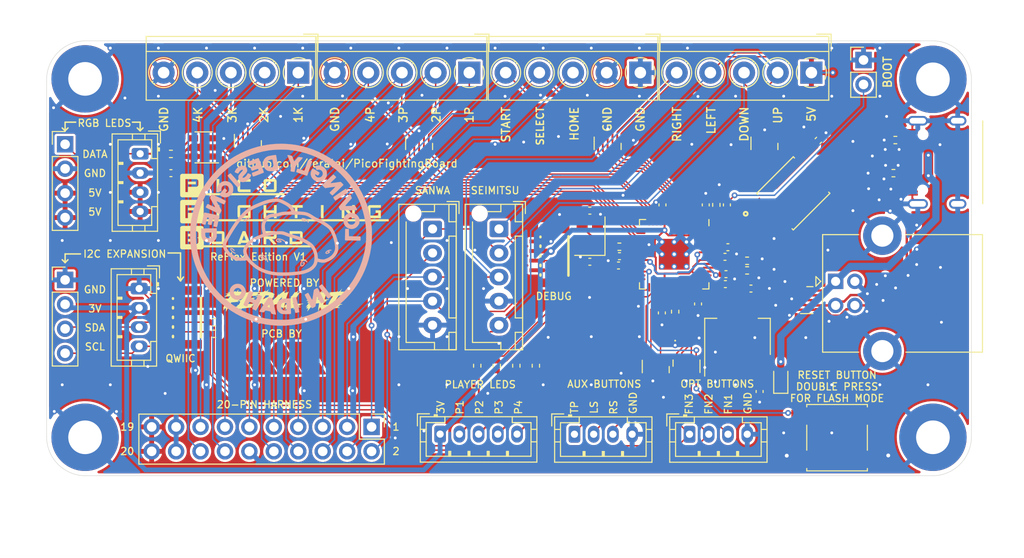
<source format=kicad_pcb>
(kicad_pcb (version 20211014) (generator pcbnew)
  (layers (0 "F.Cu" signal) (1 "In1.Cu" power) (2 "In2.Cu" power) (31 "B.Cu" signal) (34 "B.Paste" user) (35 "F.Paste" user) (36 "B.SilkS" user "B.Silkscreen") (37 "F.SilkS" user "F.Silkscreen") (38 "B.Mask" user) (39 "F.Mask" user) (44 "Edge.Cuts" user))
  (net 0 "")
  (net 2 "GND")
  (net 3 "/UP")
  (net 4 "/DOWN")
  (net 5 "/RIGHT")
  (net 6 "/LEFT")
  (net 7 "/SELECT")
  (net 8 "/HOME")
  (net 9 "/START")
  (net 10 "/1P")
  (net 11 "/2P")
  (net 12 "/3P")
  (net 13 "/4P")
  (net 14 "/1K")
  (net 15 "/2K")
  (net 16 "/3K")
  (net 17 "/4K")
  (net 18 "/TP")
  (net 19 "/LSB")
  (net 20 "/RSB")
  (net 21 "/SDA")
  (net 22 "/SCL")
  (net 23 "/PLED1")
  (net 24 "/PLED2")
  (net 25 "/PLED3")
  (net 26 "/PLED4")
  (net 27 "/RUN")
  (net 28 "/RGB")
  (net 29 "/RGB_DATA_5V")
  (net 30 "/SETTINGS")
  (net 31 "/SWDIO")
  (net 32 "/SWCLK")
  (net 33 "Net-(J1-Pad1)")
  (net 34 "Net-(J3-Pad2)")
  (net 35 "Net-(J3-Pad3)")
  (net 36 "Net-(J3-Pad4)")
  (net 37 "Net-(J3-Pad5)")
  (net 38 "Net-(C3-Pad2)")
  (net 39 "/XIN")
  (net 40 "+3V3")
  (net 41 "/VSYS")
  (net 42 "+1V1")
  (net 43 "/VBUS")
  (net 44 "Net-(D2-Pad2)")
  (net 45 "/~{USB_BOOT}")
  (net 46 "/GPIO24")
  (net 47 "/QSPI_SS")
  (net 48 "/XOUT")
  (net 49 "/USB_D+")
  (net 50 "/DR_+")
  (net 51 "/USB_D-")
  (net 52 "/DR_-")
  (net 53 "/GPIO25")
  (net 54 "/GPIO23")
  (net 55 "/GPIO29_ADC3")
  (net 56 "/QSPI_SD3")
  (net 57 "/QSPI_SCLK")
  (net 58 "/QSPI_SD0")
  (net 59 "/QSPI_SD2")
  (net 60 "/QSPI_SD1")
  (net 63 "Net-(J15-PadA5)")
  (net 64 "Net-(J15-PadB5)")
  (net 65 "/5V")
  (footprint "Resistor_SMD:R_0402_1005Metric" (layer "F.Cu") (at 152.208 113.02 -90)
    (fp_text reference "R3")
    (fp_text value "330R")
  )
  (footprint "Resistor_SMD:R_0402_1005Metric" (layer "F.Cu") (at 154.24 113.02 -90)
    (fp_text reference "R4")
    (fp_text value "330R")
  )
  (footprint "Resistor_SMD:R_0402_1005Metric" (layer "F.Cu") (at 148.144 113.02 -90)
    (fp_text reference "R1")
    (fp_text value "330R")
  )
  (footprint "Resistor_SMD:R_0402_1005Metric" (layer "F.Cu") (at 150.176 113.02 -90)
    (fp_text reference "R2")
    (fp_text value "330R")
  )
  (footprint "Resistor_SMD:R_0402_1005Metric" (layer "F.Cu") (at 116.3 91 180)
    (fp_text reference "R5")
    (fp_text value "330R")
  )
  (footprint "Package_TO_SOT_SMD:SOT-23-5" (layer "F.Cu") (at 119.7 90.3224 180)
    (fp_text reference "U2" hide)
    (fp_text value "SN74LV1T34DBV" hide)
  )
  (footprint "Capacitor_SMD:C_0402_1005Metric" (layer "F.Cu") (at 116.3 93)
    (fp_text reference "C1")
    (fp_text value "100n")
  )
  (footprint "Resistor_SMD:R_0402_1005Metric" (layer "F.Cu") (at 120.8 109.7 180)
    (fp_text reference "R6")
    (fp_text value "4K7")
  )
  (footprint "Resistor_SMD:R_0402_1005Metric" (layer "F.Cu") (at 120.8 108.5 180)
    (fp_text reference "R7")
    (fp_text value "4K7")
  )
  (footprint "Connector_PinHeader_2.54mm:PinHeader_2x10_P2.54mm_Vertical" (layer "F.Cu") (at 137.16 119.38 -90)
    (fp_text reference "J2" hide)
    (fp_text value "Conn_02x10_Odd_Even" hide)
  )
  (footprint "Connector_JST:JST_PH_B4B-PH-K_1x04_P2.00mm_Vertical" (layer "F.Cu") (at 113.1 90.9828 -90)
    (fp_text reference "J1" hide)
    (fp_text value "Conn_01x04_Male")
  )
  (footprint "Connector_JST:JST_PH_B5B-PH-K_1x05_P2.00mm_Vertical" (layer "F.Cu") (at 144.284835 120.129571)
    (fp_text reference "J3" hide)
    (fp_text value "Conn_01x05_Male")
  )
  (footprint "Connector_JST:JST_PH_B4B-PH-K_1x04_P2.00mm_Vertical" (layer "F.Cu") (at 158.24843 120.142)
    (fp_text reference "J4" hide)
    (fp_text value "Conn_01x04_Male")
  )
  (footprint "TerminalBlock_MetzConnect:TerminalBlock_MetzConnect_Type059_RT06305HBWC_1x05_P3.50mm_Horizontal" (layer "F.Cu") (at 129.54 82.55 180)
    (fp_text reference "J5" hide)
    (fp_text value "ST01x05")
  )
  (footprint "TerminalBlock_MetzConnect:TerminalBlock_MetzConnect_Type059_RT06305HBWC_1x05_P3.50mm_Horizontal" (layer "F.Cu") (at 147.32 82.55 180)
    (fp_text reference "J6" hide)
    (fp_text value "ST01x05")
  )
  (footprint "TerminalBlock_MetzConnect:TerminalBlock_MetzConnect_Type059_RT06305HBWC_1x05_P3.50mm_Horizontal" (layer "F.Cu") (at 165.1 82.55 180)
    (fp_text reference "J7" hide)
    (fp_text value "ST01x05")
  )
  (footprint "TerminalBlock_MetzConnect:TerminalBlock_MetzConnect_Type059_RT06305HBWC_1x05_P3.50mm_Horizontal" (layer "F.Cu") (at 182.88 82.55 180)
    (fp_text reference "J8" hide)
    (fp_text value "ST01x05")
  )
  (footprint "Connector_JST:JST_PH_B4B-PH-K_1x04_P2.00mm_Vertical" (layer "F.Cu") (at 170.212 120.142)
    (fp_text reference "J11" hide)
    (fp_text value "Conn_01x04_Male")
  )
  (footprint "Connector_JST:JST_PH_B4B-PH-K_1x04_P2.00mm_Vertical" (layer "F.Cu") (at 113 105 -90)
    (fp_text reference "J12" hide)
    (fp_text value "Conn_01x04_Male")
  )
  (footprint "MountingHole:MountingHole_3.5mm_Pad" (layer "F.Cu") (at 107.378 83.2)
    (fp_text reference "H1")
    (fp_text value "MountingHole")
  )
  (footprint "MountingHole:MountingHole_3.5mm_Pad" (layer "F.Cu") (at 107.378 120.46)
    (fp_text reference "H3")
    (fp_text value "MountingHole")
  )
  (footprint "MountingHole:MountingHole_3.5mm_Pad" (layer "F.Cu") (at 195.517 120.46)
    (fp_text reference "H4")
    (fp_text value "MountingHole")
  )
  (footprint "MountingHole:MountingHole_3.5mm_Pad" (layer "F.Cu") (at 195.517 83.248)
    (fp_text reference "H2")
    (fp_text value "MountingHole")
  )
  (footprint "FeralAI:BOOM_SH_C145961_1x04_P1.00mm_Vertical" (layer "F.Cu") (at 117.1 108 90)
    (fp_text reference "J9" hide)
    (fp_text value "Conn_01x04_Male" hide)
  )
  (footprint "FeralAI:BOOM_SH_C145961_1x04_P1.00mm_Vertical" (layer "F.Cu") (at 155.3 101.6 90)
    (fp_text reference "J13" hide)
    (fp_text value "Conn_01x04_Male" hide)
  )
  (footprint "FeralAI:PFB_Logo" (layer "F.Cu") (at 128.1 97)
    (fp_text reference "G***" hide)
    (fp_text value "LOGO" hide)
  )
  (footprint "FeralAI:FeralAI" (layer "F.Cu") (at 128.1 106.2)
    (fp_text reference "G***" hide)
    (fp_text value "LOGO" hide)
  )
  (footprint "Capacitor_SMD:C_0402_1005Metric" (layer "F.Cu") (at 162.83 102.6 180)
    (fp_text reference "C9")
    (fp_text value "100n")
  )
  (footprint "Package_DFN_QFN:UDFN-10_1.35x2.6mm_P0.5mm" (layer "F.Cu") (at 169.9 113.075 90)
    (fp_text reference "U9")
    (fp_text value "TVS_RCLAMP0524P-N")
  )
  (footprint "Resistor_SMD:R_0402_1005Metric" (layer "F.Cu") (at 173 96.3 -90)
    (fp_text reference "R15")
    (fp_text value "10K")
  )
  (footprint "Connector_PinHeader_2.54mm:PinHeader_1x02_P2.54mm_Vertical" (layer "F.Cu") (at 188.3 81.24)
    (fp_text reference "J14")
    (fp_text value "Conn_01x02")
  )
  (footprint "Capacitor_SMD:C_0402_1005Metric" (layer "F.Cu") (at 174.2 100.7)
    (fp_text reference "C8")
    (fp_text value "100n")
  )
  (footprint "Capacitor_SMD:C_0402_1005Metric" (layer "F.Cu") (at 167.34 107.53 -90)
    (fp_text reference "C11")
    (fp_text value "100n")
  )
  (footprint "Resistor_SMD:R_0402_1005Metric" (layer "F.Cu") (at 176.2 102.11 180)
    (fp_text reference "R18")
    (fp_text value "27")
  )
  (footprint "Connector_USB:USB_B_Lumberg_2411_02_Horizontal" (layer "F.Cu") (at 185.4 104.25)
    (fp_text reference "J16")
    (fp_text value "USB_B")
  )
  (footprint "Resistor_SMD:R_0402_1005Metric" (layer "F.Cu") (at 168.72 107.4 90)
    (fp_text reference "R20")
    (fp_text value "470R")
  )
  (footprint "Package_DFN_QFN:UDFN-10_1.35x2.6mm_P0.5mm" (layer "F.Cu") (at 124.3 89.62 -90)
    (fp_text reference "U7")
    (fp_text value "TVS_RCLAMP0524P-N")
  )
  (footprint "Connector_PinHeader_2.54mm:PinHeader_1x04_P2.54mm_Vertical" (layer "F.Cu") (at 105.3 90)
    (fp_text reference "J19")
    (fp_text value "Conn_01x04_Male")
  )
  (footprint "Package_TO_SOT_SMD:SOT-223-3_TabPin2" (layer "F.Cu") (at 175.2 110 90)
    (fp_text reference "U3")
    (fp_text value "AMS1117-3.3")
  )
  (footprint "VideoGames_KiCAD6:SOIC127P790X216-8N" (layer "F.Cu") (at 181 95.1 45)
    (fp_text reference "FLASH1")
    (fp_text value "W25Q16")
  )
  (footprint "VideoGames_KiCAD6:RP2040-QFN-56" (layer "F.Cu") (at 168.62 101.43 -90)
    (fp_text reference "U4")
    (fp_text value "RP2040")
  )
  (footprint "Capacitor_SMD:C_0402_1005Metric" (layer "F.Cu") (at 174.1 96.3 90)
    (fp_text reference "R14")
    (fp_text value "1K")
  )
  (footprint "Resistor_SMD:R_0402_1005Metric" (layer "F.Cu") (at 191.41 93)
    (fp_text reference "R21")
    (fp_text value "5K1")
  )
  (footprint "Crystal:Crystal_SMD_SeikoEpson_TSX3225-4Pin_3.2x2.5mm" (layer "F.Cu") (at 159.85 99.55 90)
    (fp_text reference "Y1")
    (fp_text value "Crystal_GND24_Small")
  )
  (footprint "Capacitor_SMD:C_0402_1005Metric" (layer "F.Cu") (at 176.6 105)
    (fp_text reference "C7")
    (fp_text value "10u")
  )
  (footprint "Connector_PinHeader_2.54mm:PinHeader_1x04_P2.54mm_Vertical" (layer "F.Cu") (at 105.3 104.1)
    (fp_text reference "J10")
    (fp_text value "Conn_01x04_Male")
  )
  (footprint "Package_DFN_QFN:UDFN-10_1.35x2.6mm_P0.5mm" (layer "F.Cu") (at 178 89.9 -90)
    (fp_text reference "U1")
    (fp_text value "TVS_RCLAMP0524P-N")
  )
  (footprint "Diode_SMD:D_0603_1608Metric" (layer "F.Cu") (at 179.7 114.4 90)
    (fp_text reference "D1")
    (fp_text value "SCHOTTKY DIODE")
  )
  (footprint "Connector_JST:JST_XH_B5B-XH-AM_1x05_P2.50mm_Vertical" (layer "F.Cu") (at 150.4 98.8 -90)
    (fp_text reference "J18")
    (fp_text value "SEIMITSU")
  )
  (footprint "Resistor_SMD:R_0402_1005Metric" (layer "F.Cu") (at 176.2 103.11 180)
    (fp_text reference "R19")
    (fp_text value "27")
  )
  (footprint "Capacitor_SMD:C_0402_1005Metric" (layer "F.Cu") (at 167.4 96.3 90)
    (fp_text reference "C15")
    (fp_text value "100n")
  )
  (footprint "Package_DFN_QFN:UDFN-10_1.35x2.6mm_P0.5mm" (layer "F.Cu") (at 142.1 89.9 -90)
    (fp_text reference "U6")
    (fp_text value "TVS_RCLAMP0524P-N")
  )
  (footprint "Resistor_SMD:R_0402_1005Metric" (layer "F.Cu") (at 191.61 89.56)
    (fp_text reference "R22")
    (fp_text value "5K1")
  )
  (footprint "Capacitor_SMD:C_0402_1005Metric" (layer "F.Cu") (at 171.9 96.3 90)
    (fp_text reference "C14")
    (fp_text value "100n")
  )
  (footprint "Package_DFN_QFN:UDFN-10_1.35x2.6mm_P0.5mm" (layer "F.Cu") (at 161.7 89.9 -90)
    (fp_text reference "U5")
    (fp_text value "TVS_RCLAMP0524P-N")
  )
  (footprint "Capacitor_SMD:C_0402_1005Metric" (layer "F.Cu") (at 173.94 104.535062)
    (fp_text reference "C12")
    (fp_text value "1u")
  )
  (footprint "Capacitor_SMD:C_0402_1005Metric" (layer "F.Cu") (at 174 103.5)
    (fp_text reference "C10")
    (fp_text value "1u")
  )
  (footprint "VideoGames:MiSTer_Addons_MA_10mm" (layer "F.Cu") (at 127.93 110.497802)
    (fp_text reference "Ref**" hide)
    (fp_text value "Val**" hide)
  )
  (footprint "VideoGames_KiCAD6:SW_SPST_6x6_C499305_C499302" (layer "F.Cu") (at 185.55 120.5)
    (fp_text reference "SW1")
    (fp_text value "SW_Push")
  )
  (footprint "Capacitor_SMD:C_0402_1005Metric" (layer "F.Cu") (at 183.6 89.6 45)
    (fp_text reference "C5")
    (fp_text value "100n")
  )
  (footprint "LED_SMD:LED_0402_1005Metric" (layer "F.Cu") (at 168.72 109.3225 90)
    (fp_text reference "D2")
    (fp_text value "LED 0402 YELLOW")
  )
  (footprint "Connector_JST:JST_XH_B5B-XH-AM_1x05_P2.50mm_Vertical" (layer "F.Cu") (at 143.5 98.8 -90)
    (fp_text reference "J17")
    (fp_text value "SANWA")
  )
  (footprint "Capacitor_SMD:C_0402_1005Metric" (layer "F.Cu") (at 177.5 115.7 -90)
    (fp_text reference "C6")
    (fp_text value "10u")
  )
  (footprint "Package_DFN_QFN:UDFN-10_1.35x2.6mm_P0.5mm" (layer "F.Cu") (at 166.7 113.1 -90)
    (fp_text reference "U8")
    (fp_text value "TVS_RCLAMP0524P-N")
  )
  (footprint "Capacitor_SMD:C_0402_1005Metric" (layer "F.Cu") (at 159.85 96.9 180)
    (fp_text reference "C4")
    (fp_text value "27p")
  )
  (footprint "Capacitor_SMD:C_0402_1005Metric" (layer "F.Cu") (at 159.85 102.21)
    (fp_text reference "C3")
    (fp_text value "27p")
  )
  (footprint "Resistor_SMD:R_0402_1005Metric" (layer "F.Cu") (at 162.92 100.65 180)
    (fp_text reference "R16")
    (fp_text value "1K")
  )
  (footprint "VideoGames:USB_Type_C_C167321" (layer "F.Cu") (at 193.943337 91.874 90)
    (fp_text reference "J15")
    (fp_text value "USB_C_Receptacle")
  )
  (footprint "Package_DFN_QFN:UDFN-10_1.35x2.6mm_P0.5mm" (layer "F.Cu") (at 182.4 106.2)
    (fp_text reference "U10")
    (fp_text value "TVS_RCLAMP0524P-N")
  )
  (footprint "Capacitor_SMD:C_0402_1005Metric" (layer "F.Cu") (at 162.93 101.63 180)
    (fp_text reference "C17")
    (fp_text value "10u")
  )
  (footprint "Capacitor_SMD:C_0402_1005Metric" (layer "F.Cu") (at 173.9 101.7)
    (fp_text reference "C13")
    (fp_text value "100n")
  )
  (footprint "Capacitor_SMD:C_0402_1005Metric" (layer "F.Cu") (at 171.1 106.6 -90)
    (fp_text reference "C16")
    (fp_text value "100n")
  )
  (footprint "VideoGames_KiCad6:Idaho_M" (layer "B.Cu") (at 126.3 104.4 180)
    (fp_text reference "Ref**" hide)
    (fp_text value "Val**" hide)
  )
  (gr_line (start 105 102) (end 105.3 102.3) (layer "F.SilkS") (width 0.15))
  (gr_line (start 117 103.8) (end 117.3 104.2) (layer "F.SilkS") (width 0.15))
  (gr_line (start 117.6 103.8) (end 117.3 104.2) (layer "F.SilkS") (width 0.15))
  (gr_line (start 106.9 101.4) (end 105.3 101.4) (layer "F.SilkS") (width 0.15))
  (gr_line (start 106.4 87.7) (end 105.3 87.7) (layer "F.SilkS") (width 0.15))
  (gr_line (start 117.3 101.3) (end 117.3 104.2) (layer "F.SilkS") (width 0.15))
  (gr_line (start 113.1 88.6) (end 113.4 88.3) (layer "F.SilkS") (width 0.15))
  (gr_line (start 112.8 88.3) (end 113.1 88.6) (layer "F.SilkS") (width 0.15))
  (gr_line (start 116 101.3) (end 117.3 101.3) (layer "F.SilkS") (width 0.15))
  (gr_line (start 117.3 104.2) (end 117 103.8) (layer "F.SilkS") (width 0.15))
  (gr_line (start 105.3 87.7) (end 105.3 88.6) (layer "F.SilkS") (width 0.15))
  (gr_line (start 105.3 102.3) (end 105.6 102) (layer "F.SilkS") (width 0.15))
  (gr_line (start 105.3 88.6) (end 105.6 88.3) (layer "F.SilkS") (width 0.15))
  (gr_line (start 113.1 87.7) (end 112.3 87.7) (layer "F.SilkS") (width 0.15))
  (gr_line (start 105 88.3) (end 105.3 88.6) (layer "F.SilkS") (width 0.15))
  (gr_line (start 113.1 87.7) (end 113.1 88.6) (layer "F.SilkS") (width 0.15))
  (gr_line (start 105.3 101.4) (end 105.3 102.3) (layer "F.SilkS") (width 0.15))
  (gr_arc (start 107.442 124.46) (mid 104.568318 123.269682) (end 103.378 120.396) (layer "Edge.Cuts") (width 0.05))
  (gr_line (start 103.378 120.396) (end 103.378 83.439) (layer "Edge.Cuts") (width 0.05))
  (gr_line (start 195.453 124.46) (end 107.442 124.46) (layer "Edge.Cuts") (width 0.05))
  (gr_line (start 107.315 79.248) (end 195.707 79.248) (layer "Edge.Cuts") (width 0.05))
  (gr_arc (start 103.378 83.439) (mid 104.478515 80.528121) (end 107.315 79.248) (layer "Edge.Cuts") (width 0.05))
  (gr_arc (start 195.707 79.248) (mid 198.506287 80.617923) (end 199.517 83.566) (layer "Edge.Cuts") (width 0.05))
  (gr_line (start 199.517 83.566) (end 199.517 120.396) (layer "Edge.Cuts") (width 0.05))
  (gr_arc (start 199.517 120.396) (mid 198.326682 123.269682) (end 195.453 124.46) (layer "Edge.Cuts") (width 0.05))
  (gr_text "1" (at 139.7 119.38) (layer "F.SilkS") (effects (font (size 0.75 0.75) (thickness 0.125))))
  (gr_text "2" (at 139.7 121.92) (layer "F.SilkS") (effects (font (size 0.75 0.75) (thickness 0.125))))
  (gr_text "20" (at 111.76 121.92) (layer "F.SilkS") (effects (font (size 0.75 0.75) (thickness 0.125))))
  (gr_text "19" (at 111.76 119.38) (layer "F.SilkS") (effects (font (size 0.75 0.75) (thickness 0.125))))
  (gr_text "START" (at 151.13 87.9475 90) (layer "F.SilkS") (effects (font (size 0.85 0.85))))
  (gr_text "SELECT" (at 154.686 88.105833 90) (layer "F.SilkS") (effects (font (size 0.75 0.75))))
  (gr_text "SDA" (at 108.4 109.0676) (layer "F.SilkS") (effects (font (size 0.75 0.75) (thickness 0.125))))
  (gr_text "I2C EXPANSION" (at 111.5 101.4) (layer "F.SilkS") (effects (font (size 0.75 0.75) (thickness 0.125))))
  (gr_text "UP" (at 179.4 86.976071 90) (layer "F.SilkS") (effects (font (size 0.85 0.85))))
  (gr_text "DOWN" (at 175.9 87.907024 90) (layer "F.SilkS") (effects (font (size 0.85 0.85))))
  (gr_text "4P" (at 137.033 86.935595 90) (layer "F.SilkS") (effects (font (size 0.85 0.85))))
  (gr_text "3V" (at 108.4 107.0864) (layer "F.SilkS") (effects (font (size 0.75 0.75) (thickness 0.125))))
  (gr_text "3V" (at 144.352801 117.3445 90) (layer "F.SilkS") (effects (font (size 0.75 0.75) (thickness 0.125))))
  (gr_text "FN2" (at 172.212 117.0016 90) (layer "F.SilkS") (effects (font (size 0.75 0.75) (thickness 0.125))))
  (gr_text "GND" (at 164.346366 116.8873 90) (layer "F.SilkS") (effects (font (size 0.75 0.75) (thickness 0.125))))
  (gr_text "github.com/feralai/PicoFightingBoard" (at 134.6 92) (layer "F.SilkS") (effects (font (size 0.8 0.8) (thickness 0.125))))
  (gr_text "ReFlex Edition V1" (at 125.4 101.7) (layer "F.SilkS") (effects (font (size 0.75 0.75) (thickness 0.125))))
  (gr_text "5V" (at 108.4 97.028) (layer "F.SilkS") (effects (font (size 0.75 0.75) (thickness 0.125))))
  (gr_text "SCL" (at 108.4 111.0488) (layer "F.SilkS") (effects (font (size 0.75 0.75) (thickness 0.125))))
  (gr_text "BOOT" (at 190.8 82.5 90) (layer "F.SilkS") (effects (font (size 0.85 0.85))))
  (gr_text "P3" (at 150.398001 117.3445 90) (layer "F.SilkS") (effects (font (size 0.75 0.75) (thickness 0.125))))
  (gr_text "PLAYER LEDS" (at 148.454901 114.9731) (layer "F.SilkS") (effects (font (size 0.75 0.75) (thickness 0.125))))
  (gr_text "GND" (at 165.1 87.401071 90) (layer "F.SilkS") (effects (font (size 0.85 0.85))))
  (gr_text "RS" (at 162.314366 117.3445 90) (layer "F.SilkS") (effects (font (size 0.75 0.75) (thickness 0.125))))
  (gr_text "1K" (at 129.54 86.935595 90) (layer "F.SilkS") (effects (font (size 0.85 0.85))))
  (gr_text "20-PIN HARNESS" (at 126.0221 117.0559) (layer "F.SilkS") (effects (font (size 0.75 0.75) (thickness 0.125))))
  (gr_text "DEBUG" (at 156.1 105.8) (layer "F.SilkS") (effects (font (size 0.75 0.75) (thickness 0.125))))
  (gr_text "GND" (at 133.35 87.401071 90) (layer "F.SilkS") (effects (font (size 0.85 0.85))))
  (gr_text "FN3" (at 170.1673 117.0016 90) (layer "F.SilkS") (effects (font (size 0.75 0.75) (thickness 0.125))))
  (gr_text "TP" (at 158.250366 117.3445 90) (layer "F.SilkS") (effects (font (size 0.75 0.75) (thickness 0.125))))
  (gr_text "LS" (at 160.282366 117.3445 90) (layer "F.SilkS") (effects (font (size 0.75 0.75) (thickness 0.125))))
  (gr_text "RIGHT" (at 168.91 87.927262 90) (layer "F.SilkS") (effects (font (size 0.85 0.85))))
  (gr_text "RGB LEDS" (at 109.395347 87.8) (layer "F.SilkS") (effects (font (size 0.75 0.75) (thickness 0.125))))
  (gr_text "P1" (at 146.334001 117.3445 90) (layer "F.SilkS") (effects (font (size 0.75 0.75) (thickness 0.125))))
  (gr_text "SANWA" (at 143.5 94.8) (layer "F.SilkS") (effects (font (size 0.75 0.75) (thickness 0.125))))
  (gr_text "GND" (at 108.4 105.1052) (layer "F.SilkS") (effects (font (size 0.75 0.75) (thickness 0.125))))
  (gr_text "LEFT" (at 172.466 87.5225 90) (layer "F.SilkS") (effects (font (size 0.85 0.85))))
  (gr_text "GND" (at 161.671 87.401071 90) (layer "F.SilkS") (effects (font (size 0.85 0.85))))
  (gr_text "3P" (at 140.462 86.935595 90) (layer "F.SilkS") (effects (font (size 0.85 0.85))))
  (gr_text "P2" (at 148.366001 117.3445 90) (layer "F.SilkS") (effects (font (size 0.75 0.75) (thickness 0.125))))
  (gr_text "GND" (at 176.276 116.9 90) (layer "F.SilkS") (effects (font (size 0.75 0.75) (thickness 0.125))))
  (gr_text "RESET BUTTON\nDOUBLE PRESS\nFOR FLASH MODE" (at 185.551916 115.2) (layer "F.SilkS") (effects (font (size 0.75 0.75) (thickness 0.125))))
  (gr_text "HOME" (at 158.242 87.866548 90) (layer "F.SilkS") (effects (font (size 0.85 0.85))))
  (gr_text "3K" (at 122.682 86.935595 90) (layer "F.SilkS") (effects (font (size 0.85 0.85))))
  (gr_text "PCB BY" (at 127.8 109.7) (layer "F.SilkS") (effects (font (size 0.75 0.75) (thickness 0.125))))
  (gr_text "2K" (at 125.984 86.935595 90) (layer "F.SilkS") (effects (font (size 0.85 0.85))))
  (gr_text "POWERED BY" (at 128.102522 104.41) (layer "F.SilkS") (effects (font (size 0.75 0.75) (thickness 0.125))))
  (gr_text "GND" (at 108.4 93.0148) (layer "F.SilkS") (effects (font (size 0.75 0.75) (thickness 0.125))))
  (gr_text "QWIIC" (at 117.3 112.268) (layer "F.SilkS") (effects (font (size 0.75 0.75) (thickness 0.125))))
  (gr_text "GND" (at 115.57 87.401071 90) (layer "F.SilkS") (effects (font (size 0.85 0.85))))
  (gr_text "FN1" (at 174.244 117.0016 90) (layer "F.SilkS") (effects (font (size 0.75 0.75) (thickness 0.125))))
  (gr_text "\nDATA" (at 108.4 90.424) (layer "F.SilkS") (effects (font (size 0.75 0.75) (thickness 0.125))))
  (gr_text "AUX BUTTONS" (at 161.349166 114.9223) (layer "F.SilkS") (effects (font (size 0.75 0.75) (thickness 0.125))))
  (gr_text "P4" (at 152.430001 117.3445 90) (layer "F.SilkS") (effects (font (size 0.75 0.75) (thickness 0.125))))
  (gr_text "OPT BUTTONS" (at 173.101 114.9096) (layer "F.SilkS") (effects (font (size 0.75 0.75) (thickness 0.125))))
  (gr_text "1P" (at 147.32 86.935595 90) (layer "F.SilkS") (effects (font (size 0.85 0.85))))
  (gr_text "5V" (at 108.4 95.0468) (layer "F.SilkS") (effects (font (size 0.75 0.75) (thickness 0.125))))
  (gr_text "4K" (at 119.126 86.935595 90) (layer "F.SilkS") (effects (font (size 0.85 0.85))))
  (gr_text "5V" (at 182.88 86.874881 90) (layer "F.SilkS") (effects (font (size 0.85 0.85))))
  (gr_text "2P" (at 143.891 86.935595 90) (layer "F.SilkS") (effects (font (size 0.85 0.85))))
  (gr_text "SEIMITSU" (at 150 94.8) (layer "F.SilkS") (effects (font (size 0.75 0.75) (thickness 0.125))))
  (segment (start 154.383 100.1) (end 154.376 100.093) (width 0.2) (layer "F.Cu") (net 2))
  (segment (start 161.7 90.425) (end 161.7 88.4) (width 0.15) (layer "F.Cu") (net 2))
  (segment (start 178 90.425) (end 178 89.375) (width 0.15) (layer "F.Cu") (net 2))
  (segment (start 181.195 122.37) (end 180.32 122.37) (width 0.25) (layer "F.Cu") (net 2))
  (segment (start 159.37 102.21) (end 158.87 101.71) (width 0.2) (layer "F.Cu") (net 2))
  (segment (start 162.45 101.63) (end 162.23 101.63) (width 0.2) (layer "F.Cu") (net 2))
  (segment (start 190.9 93) (end 190.9 92.495887) (width 0.15) (layer "F.Cu") (net 2))
  (segment (start 142.1 89.375) (end 142.1 88.6) (width 0.15) (layer "F.Cu") (net 2))
  (segment (start 162.26 102.6) (end 161.76 102.1) (width 0.2) (layer "F.Cu") (net 2))
  (segment (start 179 99.8) (end 179.797918 99.002082) (width 0.15) (layer "F.Cu") (net 2))
  (segment (start 171.85 113.15) (end 171.8 113.2) (width 0.75) (layer "F.Cu") (net 2))
  (segment (start 115.82 93) (end 113.1172 93) (width 0.5) (layer "F.Cu") (net 2))
  (segment (start 190.45 89.56) (end 191.1 89.56) (width 0.2) (layer "F.Cu") (net 2))
  (segment (start 169.9 114.5755) (end 169.9 112.55) (width 0.15) (layer "F.Cu") (net 2))
  (segment (start 174.9 104.055062) (end 174.42 104.535062) (width 0.2) (layer "F.Cu") (net 2))
  (segment (start 158.68 101.52) (end 158.68 101.02) (width 0.2) (layer "F.Cu") (net 2))
  (segment (start 189.525 122.75) (end 190.47 122.75) (width 0.25) (layer "F.Cu") (net 2))
  (segment (start 169.8755 114.6) (end 169.9 114.5755) (width 0.15) (layer "F.Cu") (net 2))
  (segment (start 190.9 92.495887) (end 190.593613 92.1895) (width 0.15) (layer "F.Cu") (net 2))
  (segment (start 160.33 96.9) (end 160.58 96.9) (width 0.2) (layer "F.Cu") (net 2))
  (segment (start 174.9 104) (end 174.9 103.92) (width 0.2) (layer "F.Cu") (net 2))
  (segment (start 161.7 90.425) (end 161.7 89.375) (width 0.15) (layer "F.Cu") (net 2))
  (segment (start 180.833011 106.066989) (end 180.966022 106.2) (width 0.25) (layer "F.Cu") (net 2))
  (segment (start 175.1 101.4) (end 174.8 101.7) (width 0.2) (layer "F.Cu") (net 2))
  (segment (start 160.955 97.275) (end 161.06 97.38) (width 0.2) (layer "F.Cu") (net 2))
  (segment (start 121.7724 89.3724) (end 121.8 89.4) (width 0.5) (layer "F.Cu") (net 2))
  (segment (start 171.9 95.82) (end 171.9 95.1) (width 0.15) (layer "F.Cu") (net 2))
  (segment (start 177.08 105) (end 178.5 105) (width 0.15) (layer "F.Cu") (net 2))
  (segment (start 162.23 101.63) (end 161.76 102.1) (width 0.2) (layer "F.Cu") (net 2))
  (segment (start 155.8 100.1) (end 154.383 100.1) (width 0.2) (layer "F.Cu") (net 2))
  (segment (start 193.375729 95.635) (end 193.925729 96.185) (width 0.2) (layer "F.Cu") (net 2))
  (segment (start 161.06 97.38) (end 161.06 98.04) (width 0.2) (layer "F.Cu") (net 2))
  (segment (start 177.5 116.18) (end 177.5 116.8) (width 0.15) (layer "F.Cu") (net 2))
  (segment (start 166.734078 96.034078) (end 166.948156 95.82) (width 0.15) (layer "F.Cu") (net 2))
  (segment (start 167.34 108.76) (end 167.34 108.01) (width 0.2) (layer "F.Cu") (net 2))
  (segment (start 174.9 103.92) (end 174.48 103.5) (width 0.2) (layer "F.Cu") (net 2))
  (segment (start 179.797918 99.002082) (end 179.797918 98.996158) (width 0.15) (layer "F.Cu") (net 2))
  (segment (start 165.992745 100.43) (end 165.997502 100.434757) (width 0.2) (layer "F.Cu") (net 2))
  (segment (start 193.375729 88.815) (end 193.375729 88.095) (width 0.2) (layer "F.Cu") (net 2))
  (segment (start 116.176 106.493) (end 114.493 106.493) (width 0.15) (layer "F.Cu") (net 2))
  (segment (start 193.375729 94.915) (end 193.375729 95.635) (width 0.2) (layer "F.Cu") (net 2))
  (segment (start 180.966022 106.2) (end 181.875 106.2) (width 0.25) (layer "F.Cu") (net 2))
  (segment (start 171.1 107.8) (end 171.1 107.08) (width 0.2) (layer "F.Cu") (net 2))
  (segment (start 162.35 102.6) (end 162.26 102.6) (width 0.2) (layer "F.Cu") (net 2))
  (segment (start 114.493 106.493) (end 113 105) (width 0.15) (layer "F.Cu") (net 2))
  (segment (start 174.8 101.7) (end 174.38 101.7) (width 0.2) (layer "F.Cu") (net 2))
  (segment (start 160.58 96.9) (end 160.955 97.275) (width 0.2) (layer "F.Cu") (net 2))
  (segment (start 120.8 89.3724) (end 121.7724 89.3724) (width 0.5) (layer "F.Cu") (net 2))
  (segment (start 167.35 108.77) (end 167.34 108.76) (width 0.2) (layer "F.Cu") (net 2))
  (segment (start 124.3 87.9) (end 124.279122 87.879122) (width 0.15) (layer "F.Cu") (net 2))
  (segment (start 172.9 113.15) (end 172.9 111.6) (width 0.75) (layer "F.Cu") (net 2))
  (segment (start 142.1 89.375) (end 142.1 90.425) (width 0.15) (layer "F.Cu") (net 2))
  (segment (start 166.7 113.625) (end 166.7 112.575) (width 0.15) (layer "F.Cu") (net 2))
  (segment (start 166.4 114.6) (end 166.7 114.3) (width 0.15) (layer "F.Cu") (net 2))
  (segment (start 175.1 101.4) (end 175.1 101.12) (width 0.2) (layer "F.Cu") (net 2))
  (segment (start 113.1172 93) (end 113.1 92.9828) (width 0.5) (layer "F.Cu") (net 2))
  (segment (start 124.3 90.145) (end 124.3 89.095) (width 0.15) (layer "F.Cu") (net 2))
  (segment (start 174.9 104) (end 174.9 104.055062) (width 0.2) (layer "F.Cu") (net 2))
  (segment (start 165.1825 100.43) (end 165.992745 100.43) (width 0.2) (layer "F.Cu") (net 2))
  (segment (start 193.375729 88.095) (end 193.925729 87.545) (width 0.2) (layer "F.Cu") (net 2))
  (segment (start 172.9 113.15) (end 171.85 113.15) (width 0.75) (layer "F.Cu") (net 2))
  (segment (start 166.948156 95.82) (end 167.4 95.82) (width 0.15) (layer "F.Cu") (net 2))
  (segment (start 124.3 89.095) (end 124.3 87.9) (width 0.15) (layer "F.Cu") (net 2))
  (segment (start 172.9 113.15) (end 172.9 114.7) (width 0.75) (layer "F.Cu") (net 2))
  (segment (start 178 88.5245) (end 178.0245 88.5) (width 0.15) (layer "F.Cu") (net 2))
  (segment (start 178.5 105) (end 178.516989 104.983011) (width 0.15) (layer "F.Cu") (net 2))
  (segment (start 158.87 101.71) (end 158.68 101.52) (width 0.2) (layer "F.Cu") (net 2))
  (segment (start 190.47 122.75) (end 190.87 122.35) (width 0.25) (layer "F.Cu") (net 2))
  (segment (start 178 89.375) (end 178 88.5245) (width 0.15) (layer "F.Cu") (net 2))
  (segment (start 184.4 88.8) (end 183.939411 89.260589) (width 0.15) (layer "F.Cu") (net 2))
  (segment (start 168.72 109.8075) (end 168.72 110.9) (width 0.15) (layer "F.Cu") (net 2))
  (segment (start 181.575 122.75) (end 181.195 122.37) (width 0.25) (layer "F.Cu") (net 2))
  (segment (start 175.1 101.12) (end 174.68 100.7) (width 0.2) (layer "F.Cu") (net 2))
  (segment (start 182.925 106.2) (end 181.875 106.2) (width 0.25) (layer "F.Cu") (net 2))
  (segment (start 166.7 114.3) (end 166.7 113.625) (width 0.15) (layer "F.Cu") (net 2))
  (via (at 110 80) (size 0.6) (drill 0.3) (layers "F.Cu" "B.Cu") (net 2))
  (via (at 196.3 102.8) (size 0.6) (drill 0.3) (layers "F.Cu" "B.Cu") (net 2))
  (via (at 190 85) (size 0.6) (drill 0.3) (layers "F.Cu" "B.Cu") (net 2))
  (via (at 120 100) (size 0.6) (drill 0.3) (layers "F.Cu" "B.Cu") (net 2))
  (via (at 173.3 94.2) (size 0.6) (drill 0.3) (layers "F.Cu" "B.Cu") (net 2))
  (via (at 115 80) (size 0.6) (drill 0.3) (layers "F.Cu" "B.Cu") (net 2))
  (via (at 178.516989 104.983011) (size 0.6) (drill 0.3) (layers "F.Cu" "B.Cu") (net 2))
  (via (at 185 80) (size 0.6) (drill 0.3) (layers "F.Cu" "B.Cu") (net 2))
  (via (at 165.997502 100.434757) (size 0.6) (drill 0.3) (layers "F.Cu" "B.Cu") (net 2))
  (via (at 115 105) (size 0.6) (drill 0.3) (layers "F.Cu" "B.Cu") (net 2))
  (via (at 133.61 100.28) (size 0.6) (drill 0.3) (layers "F.Cu" "B.Cu") (net 2))
  (via (at 120 80) (size 0.6) (drill 0.3) (layers "F.Cu" "B.Cu") (net 2))
  (via (at 178.0245 88.5) (size 0.6) (drill 0.3) (layers "F.Cu" "B.Cu") (net 2))
  (via (at 130.11 89.37) (size 0.6) (drill 0.3) (layers "F.Cu" "B.Cu") (net 2))
  (via (at 161.76 102.1) (size 0.6) (drill 0.3) (layers "F.Cu" "B.Cu") (net 2))
  (via (at 180 85) (size 0.6) (drill 0.3) (layers "F.Cu" "B.Cu") (net 2))
  (via (at 135.19 115.62) (size 0.6) (drill 0.3) (layers "F.Cu" "B.Cu") (net 2))
  (via (at 184.4 88.8) (size 0.6) (drill 0.3) (layers "F.Cu" "B.Cu") (net 2))
  (via (at 160 80) (size 0.6) (drill 0.3) (layers "F.Cu" "B.Cu") (net 2))
  (via (at 142.4 84.9) (size 0.6) (drill 0.3) (layers "F.Cu" "B.Cu") (net 2))
  (via (at 152.97 89.77) (size 0.6) (drill 0.3) (layers "F.Cu" "B.Cu") (net 2))
  (via (at 193.84526 100.92076) (size 0.6) (drill 0.3) (layers "F.Cu" "B.Cu") (net 2))
  (via (at 190.333011 106.233011) (size 0.6) (drill 0.3) (layers "F.Cu" "B.Cu") (net 2))
  (via (at 115 95) (size 0.6) (drill 0.3) (layers "F.Cu" "B.Cu") (net 2))
  (via (at 130.314027 108.189584) (size 0.6) (drill 0.3) (layers "F.Cu" "B.Cu") (net 2))
  (via (at 156.59 89.19) (size 0.6) (drill 0.3) (layers "F.Cu" "B.Cu") (net 2))
  (via (at 179 99.8) (size 0.6) (drill 0.3) (layers "F.Cu" "B.Cu") (net 2))
  (via (at 140 110) (size 0.6) (drill 0.3) (layers "F.Cu" "B.Cu") (net 2))
  (via (at 124.279122 87.879122) (size 0.6) (drill 0.3) (layers "F.Cu" "B.Cu") (net 2))
  (via (at 155.8 100.1) (size 0.6) (drill 0.3) (layers "F.Cu" "B.Cu") (net 2))
  (via (at 147.9 101) (size 0.6) (drill 0.3) (layers "F.Cu" "B.Cu") (net 2))
  (via (at 110 95) (size 0.6) (drill 0.3) (layers "F.Cu" "B.Cu") (net 2))
  (via (at 150.4 110.7) (size 0.6) (drill 0.3) (layers "F.Cu" "B.Cu") (net 2))
  (via (at 160.955 97.275) (size 0.6) (drill 0.3) (layers "F.Cu" "B.Cu") (net 2))
  (via (at 145 110) (size 0.6) (drill 0.3) (layers "F.Cu" "B.Cu") (net 2))
  (via (at 190.87 122.35) (size 0.8) (drill 0.4) (layers "F.Cu" "B.Cu") (net 2))
  (via (at 171.1 107.8) (size 0.6) (drill 0.3) (layers "F.Cu" "B.Cu") (net 2))
  (via (at 180.32 122.37) (size 0.8) (drill 0.4) (layers "F.Cu" "B.Cu") (net 2))
  (via (at 189.925908 95.774092) (size 0.6) (drill 0.3) (layers "F.Cu" "B.Cu") (net 2))
  (via (at 177 110.1) (size 0.6) (drill 0.3) (layers "F.Cu" "B.Cu") (net 2))
  (via (at 191.633011 104.933011) (size 0.6) (drill 0.3) (layers "F.Cu" "B.Cu") (net 2))
  (via (at 185 85) (size 0.6) (drill 0.3) (layers "F.Cu" "B.Cu") (net 2))
  (via (at 118.8555 113.5) (size 0.6) (drill 0.3) (layers "F.Cu" "B.Cu") (net 2))
  (via (at 138.9 85.7) (size 0.6) (drill 0.3) (layers "F.Cu" "B.Cu") (net 2))
  (via (at 165 80) (size 0.6) (drill 0.3) (layers "F.Cu" "B.Cu") (net 2))
  (via (at 150 80) (size 0.6) (drill 0.3) (layers "F.Cu" "B.Cu") (net 2))
  (via (at 190 115) (size 0.6) (drill 0.3) (layers "F.Cu" "B.Cu") (net 2))
  (via (at 165 85) (size 0.6) (drill 0.3) (layers "F.Cu" "B.Cu") (net 2))
  (via (at 128.31 100.24) (size 0.6) (drill 0.3) (layers "F.Cu" "B.Cu") (net 2))
  (via (at 171.8 113.2) (size 0.6) (drill 0.3) (layers "F.Cu" "B.Cu") (net 2))
  (via (at 180.13232 104.266298) (size 0.6) (drill 0.3) (layers "F.Cu" "B.Cu") (net 2))
  (via (at 145 100) (size 0.6) (drill 0.3) (layers "F.Cu" "B.Cu") (net 2))
  (via (at 189.666989 104.566989) (size 0.6) (drill 0.3) (layers "F.Cu" "B.Cu") (net 2))
  (via (at 148.8 105) (size 0.6) (drill 0.3) (layers "F.Cu" "B.Cu") (net 2))
  (via (at 130.16 115.62) (size 0.6) (drill 0.3) (layers "F.Cu" "B.Cu") (net 2))
  (via (at 130.13 105.01) (size 0.6) (drill 0.3) (layers "F.Cu" "B.Cu") (net 2))
  (via (at 105 100) (size 0.6) (drill 0.3) (layers "F.Cu" "B.Cu") (net 2))
  (via (at 110 100) (size 0.6) (drill 0.3) (layers "F.Cu" "B.Cu") (net 2))
  (via (at 195 115) (size 0.6) (drill 0.3) (layers "F.Cu" "B.Cu") (net 2))
  (via (at 113.9 113.1) (size 0.6) (drill 0.3) (layers "F.Cu" "B.Cu") (net 2))
  (via (at 115 90) (size 0.6) (drill 0.3) (layers "F.Cu" "B.Cu") (net 2))
  (via (at 135 80) (size 0.6) (drill 0.3) (layers "F.Cu" "B.Cu") (net 2))
  (via (at 177.5 116.8) (size 0.6) (drill 0.3) (layers "F.Cu" "B.Cu") (net 2))
  (via (at 169.8755 114.6) (size 0.6) (drill 0.3) (layers "F.Cu" "B.Cu") (net 2))
  (via (at 155 115) (size 0.6) (drill 0.3) (layers "F.Cu" "B.Cu") (net 2))
  (via (at 196.25 90.04) (size 0.6) (drill 0.3) (layers "F.Cu" "B.Cu") (net 2))
  (via (at 125 105) (size 0.6) (drill 0.3) (layers "F.Cu" "B.Cu") (net 2))
  (via (at 182.1 88.2) (size 0.6) (drill 0.3) (layers "F.Cu" "B.Cu") (net 2))
  (via (at 164.9 106.84) (size 0.6) (drill 0.3) (layers "F.Cu" "B.Cu") (net 2))
  (via (at 149.24 115.89) (size 0.6) (drill 0.3) (layers "F.Cu" "B.Cu") (net 2))
  (via (at 154.72 84.89) (size 0.6) (drill 0.3) (layers "F.Cu" "B.Cu") (net 2))
  (via (at 121.8 89.4) (size 0.6) (drill 0.3) (layers "F.Cu" "B.Cu") (net 2))
  (via (at 190 80) (size 0.6) (drill 0.3) (layers "F.Cu" "B.Cu") (net 2))
  (via (at 171.9 95.1) (size 0.6) (drill 0.3) (layers "F.Cu" "B.Cu") (net 2))
  (via (at 130 80) (size 0.6) (drill 0.3) (layers "F.Cu" "B.Cu") (net 2))
  (via (at 142.6 119.8) (size 0.6) (drill 0.3) (layers "F.Cu" "B.Cu") (net 2))
  (via (at 175 115) (size 0.6) (drill 0.3) (layers "F.Cu" "B.Cu") (net 2))
  (via (at 134.79 105) (size 0.6) (drill 0.3) (layers "F.Cu" "B.Cu") (net 2))
  (via (at 110 90) (size 0.6) (drill 0.3) (layers "F.Cu" "B.Cu") (net 2))
  (via (at 188.645851 107.3745) (size 0.6) (drill 0.3) (layers "F.Cu" "B.Cu") (net 2))
  (via (at 163.1 113.8) (size 0.6) (drill 0.3) (layers "F.Cu" "B.Cu") (net 2))
  (via (at 159.82 105.92) (size 0.6) (drill 0.3) (layers "F.Cu" "B.Cu") (net 2))
  (via (at 174.53 90.04) (size 0.6) (drill 0.3) (layers "F.Cu" "B.Cu") (net 2))
  (via (at 190.593613 92.1895) (size 0.6) (drill 0.3) (layers "F.Cu" "B.Cu") (net 2))
  (via (at 140 80) (size 0.6) (drill 0.3) (layers "F.Cu" "B.Cu") (net 2))
  (via (at 186.576383 107.976383) (size 0.6) (drill 0.3) (layers "F.Cu" "B.Cu") (net 2))
  (via (at 115 100) (size 0.6) (drill 0.3) (layers "F.Cu" "B.Cu") (net 2))
  (via (at 145 105) (size 0.6) (drill 0.3) (layers "F.Cu" "B.Cu") (net 2))
  (via (at 115 85) (size 0.6) (drill 0.3) (layers "F.Cu" "B.Cu") (net 2))
  (via (at 161.7 88.4) (size 0.6) (drill 0.3) (layers "F.Cu" "B.Cu") (net 2))
  (via (at 111.52 85.19) (size 0.6) (drill 0.3) (layers "F.Cu" "B.Cu") (net 2))
  (via (at 170.45 90) (size 0.6) (drill 0.3) (layers "F.Cu" "B.Cu") (net 2))
  (via (at 167.5 116.3) (size 0.6) (drill 0.3) (layers "F.Cu" "B.Cu") (net 2))
  (via (at 188.7755 93) (size 0.6) (drill 0.3) (layers "F.Cu" "B.Cu") (net 2))
  (via (at 110.64 117.78) (size 0.6) (drill 0.3) (layers "F.Cu" "B.Cu") (net 2))
  (via (at 170 80) (size 0.6) (drill 0.3) (layers "F.Cu" "B.Cu") (net 2))
  (via (at 191.141589 94.658411) (size 0.6) (drill 0.3) (layers "F.Cu" "B.Cu") (net 2))
  (via (at 192.933011 103.633011) (size 0.6) (drill 0.3) (layers "F.Cu" "B.Cu") (net 2))
  (via (at 189.21733 91.21733) (size 0.6) (drill 0.3) (layers "F.Cu" "B.Cu") (net 2))
  (via (at 187.2 96.9) (size 0.6) (drill 0.3) (layers "F.Cu" "B.Cu") (net 2))
  (via (at 120 115) (size 0.6) (drill 0.3) (layers "F.Cu" "B.Cu") (net 2))
  (via (at 127.7 87.1) (size 0.6) (drill 0.3) (layers "F.Cu" "B.Cu") (net 2))
  (via (at 140 115) (size 0.6) (drill 0.3) (layers "F.Cu" "B.Cu") (net 2))
  (via (at 139.62 120.53) (size 0.6) (drill 0.3) (layers "F.Cu" "B.Cu") (net 2))
  (via (at 160 110) (size 0.6) (drill 0.3) (layers "F.Cu" "B.Cu") (net 2))
  (via (at 105 115) (size 0.6) (drill 0.3) (layers "F.Cu" "B.Cu") (net 2))
  (via (at 130 85) (size 0.6) (drill 0.3) (layers "F.Cu" "B.Cu") (net 2))
  (via (at 190.4245 93.6) (size 0.6) (drill 0.3) (layers "F.Cu" "B.Cu") (net 2))
  (via (at 171.21 110.14) (size 0.6) (drill 0.3) (layers "F.Cu" "B.Cu") (net 2))
  (via (at 156.7 97.3) (size 0.6) (drill 0.3) (layers "F.Cu" "B.Cu") (net 2))
  (via (at 192.191589 95.708411) (size 0.6) (drill 0.3) (layers "F.Cu" "B.Cu") (net 2))
  (via (at 120 95) (size 0.6) (drill 0.3) (layers "F.Cu" "B.Cu") (net 2))
  (via (at 115.7 115.9) (size 0.6) (drill 0.3) (layers "F.Cu" "B.Cu") (net 2))
  (via (at 190.566989 103.666989) (size 0.6) (drill 0.3) (layers "F.Cu" "B.Cu") (net 2))
  (via (at 193.8245 98.4) (size 0.6) (drill 0.3) (layers "F.Cu" "B.Cu") (net 2))
  (via (at 164.378114 89.581655) (size 0.6) (drill 0.3) (layers "F.Cu" "B.Cu") (net 2))
  (via (at 175 85) (size 0.6) (drill 0.3) (layers "F.Cu" "B.Cu") (net 2))
  (via (at 172.9 114.7) (size 0.6) (drill 0.3) (layers "F.Cu" "B.Cu") (net 2))
  (via (at 151.04 85.01) (size 0.6) (drill 0.3) (layers "F.Cu" "B.Cu") (net 2))
  (via (at 167.35 108.77) (size 0.6) (drill 0.3) (layers "F.Cu" "B.Cu") (net 2))
  (via (at 188.702401 105.531577) (size 0.6) (drill 0.3) (layers "F.Cu" "B.Cu") (net 2))
  (via (at 180.833011 106.066989) (size 0.6) (drill 0.3) (layers "F.Cu" "B.Cu") (net 2))
  (via (at 163.3 95.3) (size 0.6) (drill 0.3) (layers "F.Cu" "B.Cu") (net 2))
  (via (at 110 115) (size 0.6) (drill 0.3) (layers "F.Cu" "B.Cu") (net 2))
  (via (at 125 115) (size 0.6) (drill 0.3) (layers "F.Cu" "B.Cu") (net 2))
  (via (at 166.734078 96.034078) (size 0.6) (drill 0.3) (layers "F.Cu" "B.Cu") (net 2))
  (via (at 171.09 85.03) (size 0.6) (drill 0.3) (layers "F.Cu" "B.Cu") (net 2))
  (via (at 165 110) (size 0.6) (drill 0.3) (layers "F.Cu" "B.Cu") (net 2))
  (via (at 166.4 114.6) (size 0.6) (drill 0.3) (layers "F.Cu" "B.Cu") (net 2))
  (via (at 179.170661 106.736683) (size 0.6) (drill 0.3) (layers "F.Cu" "B.Cu") (net 2))
  (via (at 134.14 84.98) (size 0.6) (drill 0.3) (layers "F.Cu" "B.Cu") (net 2))
  (via (at 175.1 101.4) (size 0.6) (drill 0.3) (layers "F.Cu" "B.Cu") (net 2))
  (via (at 158.87 101.71) (size 0.6) (drill 0.3) (layers "F.Cu" "B.Cu") (net 2))
  (via (at 139.21 100.22) (size 0.6) (drill 0.3) (layers "F.Cu" "B.Cu") (net 2))
  (via (at 135 90) (size 0.6) (drill 0.3) (layers "F.Cu" "B.Cu") (net 2))
  (via (at 159.59 84.9) (size 0.6) (drill 0.3) (layers "F.Cu" "B.Cu") (net 2))
  (via (at 196.4 108.5) (size 0.6) (drill 0.3) (layers "F.Cu" "B.Cu") (net 2))
  (via (at 188.8305 94.621269) (size 0.6) (drill 0.3) (layers "F.Cu" "B.Cu") (net 2))
  (via (at 179 103) (size 0.6) (drill 0.3) (layers "F.Cu" "B.Cu") (net 2))
  (via (at 191.075908 96.924092) (size 0.6) (drill 0.3) (layers "F.Cu" "B.Cu") (net 2))
  (via (at 120.9 84.4) (size 0.6) (drill 0.3) (layers "F.Cu" "B.Cu") (net 2))
  (via (at 140.9 105) (size 0.6) (drill 0.3) (layers "F.Cu" "B.Cu") (net 2))
  (via (at 172.9 111.6) (size 0.6) (drill 0.3) (layers "F.Cu" "B.Cu") (net 2))
  (via (at 142.1 88.6) (size 0.6) (drill 0.3) (layers "F.Cu" "B.Cu") (net 2))
  (via (at 168.72 110.9) (size 0.6) (drill 0.3) (layers "F.Cu" "B.Cu") (net 2))
  (via (at 120 105) (size 0.6) (drill 0.3) (layers "F.Cu" "B.Cu") (net 2))
  (via (at 184.6 101) (size 0.6) (drill 0.3) (layers "F.Cu" "B.Cu") (net 2))
  (via (at 104.17 117.77) (size 0.6) (drill 0.3) (layers "F.Cu" "B.Cu") (net 2))
  (via (at 185 115) (size 0.6) (drill 0.3) (layers "F.Cu" "B.Cu") (net 2))
  (via (at 125.154027 108.179584) (size 0.6) (drill 0.3) (layers "F.Cu" "B.Cu") (net 2))
  (via (at 190.45 89.56) (size 0.6) (drill 0.3) (layers "F.Cu" "B.Cu") (net 2))
  (via (at 180 120) (size 0.6) (drill 0.3) (layers "F.Cu" "B.Cu") (net 2))
  (via (at 191.9 92.1895) (size 0.6) (drill 0.3) (layers "F.Cu" "B.Cu") (net 2))
  (via (at 138.79 89.97) (size 0.6) (drill 0.3) (layers "F.Cu" "B.Cu") (net 2))
  (via (at 174.9 104) (size 0.6) (drill 0.3) (layers "F.Cu" "B.Cu") (net 2))
  (via (at 185 120) (size 0.6) (drill 0.3) (layers "F.Cu" "B.Cu") (net 2))
  (via (at 190.7 87.1) (size 0.6) (drill 0.3) (layers "F.Cu" "B.Cu") (net 2))
  (via (at 182.3 110.1) (size 0.6) (drill 0.3) (layers "F.Cu" "B.Cu") (net 2))
  (via (at 145 80) (size 0.6) (drill 0.3) (layers "F.Cu" "B.Cu") (net 2))
  (via (at 184.716738 108.401806) (size 0.6) (drill 0.3) (layers "F.Cu" "B.Cu") (net 2))
  (via (at 104.1 86.2) (size 0.6) (drill 0.3) (layers "F.Cu" "B.Cu") (net 2))
  (via (at 160 115) (size 0.6) (drill 0.3) (layers "F.Cu" "B.Cu") (net 2))
  (via (at 145 115) (size 0.6) (drill 0.3) (layers "F.Cu" "B.Cu") (net 2))
  (via (at 192 90.5405) (size 0.6) (drill 0.3) (layers "F.Cu" "B.Cu") (net 2))
  (via (at 190.56 90.5405) (size 0.6) (drill 0.3) (layers "F.Cu" "B.Cu") (net 2))
  (via (at 155 80) (size 0.6) (drill 0.3) (layers "F.Cu" "B.Cu") (net 2))
  (via (at 180.6 107.7745) (size 0.6) (drill 0.3) (layers "F.Cu" "B.Cu") (net 2))
  (via (at 150 90) (size 0.6) (drill 0.3) (layers "F.Cu" "B.Cu") (net 2))
  (via (at 177.767276 101.910198) (size 0.6) (drill 0.3) (layers "F.Cu" "B.Cu") (net 2))
  (via (at 155.52 110.07) (size 0.6) (drill 0.3) (layers "F.Cu" "B.Cu") (net 2))
  (via (at 135.27 110.02) (size 0.6) (drill 0.3) (layers "F.Cu" "B.Cu") (net 2))
  (via (at 125 100) (size 0.6) (drill 0.3) (layers "F.Cu" "B.Cu") (net 2))
  (via (at 125 80) (size 0.6) (drill 0.3) (layers "F.Cu" "B.Cu") (net 2))
  (via (at 193.8245 102.5) (size 0.6) (drill 0.3) (layers "F.Cu" "B.Cu") (net 2))
  (via (at 187.2 89.7) (size 0.6) (drill 0.3) (layers "F.Cu" "B.Cu") (net 2))
  (via (at 177.416989 103.883011) (size 0.6) (drill 0.3) (layers "F.Cu" "B.Cu") (net 2))
  (segment (start 124.46 121.92) (end 125.5268 122.9868) (width 0.5) (layer "B.Cu") (net 2))
  (segment (start 137.1 105.2) (end 143.5 98.8) (width 0.15) (layer "F.Cu") (net 3))
  (segment (start 137.1 108.78) (end 137.1 105.2) (width 0.15) (layer "F.Cu") (net 3))
  (segment (start 177.5 84.8) (end 179.38 82.92) (width 0.15) (layer "F.Cu") (net 3))
  (segment (start 176.4 92.2) (end 173.4 92.2) (width 0.15) (layer "F.Cu") (net 3))
  (segment (start 170.42 95.18) (end 170.42 97.9925) (width 0.15) (layer "F.Cu") (net 3))
  (segment (start 177.5 90.425) (end 177.5 91.1) (width 0.15) (layer "F.Cu") (net 3))
  (segment (start 143.5 98.8) (end 147.9 98.8) (width 0.15) (layer "F.Cu") (net 3))
  (segment (start 147.9 98.8) (end 150.4 101.3) (width 0.15) (layer "F.Cu") (net 3))
  (segment (start 177.5 89.375) (end 177.5 84.8) (width 0.15) (layer "F.Cu") (net 3))
  (segment (start 173.4 92.2) (end 170.42 95.18) (width 0.15) (layer "F.Cu") (net 3))
  (segment (start 179.38 82.92) (end 179.38 82.55) (width 0.15) (layer "F.Cu") (net 3))
  (segment (start 177.5 91.1) (end 176.4 92.2) (width 0.15) (layer "F.Cu") (net 3))
  (segment (start 137.16 108.84) (end 137.1 108.78) (width 0.15) (layer "F.Cu") (net 3))
  (segment (start 177.5 90.425) (end 177.5 89.375) (width 0.15) (layer "F.Cu") (net 3))
  (via (at 137.16 108.84) (size 0.6) (drill 0.3) (layers "F.Cu" "B.Cu") (net 3))
  (segment (start 156.97 94.605) (end 157.195 94.605) (width 0.15) (layer "B.Cu") (net 3))
  (segment (start 157.195 94.605) (end 163.295 94.605) (width 0.15) (layer "B.Cu") (net 3))
  (segment (start 175.1 80.4) (end 177.23 80.4) (width 0.15) (layer "B.Cu") (net 3))
  (segment (start 137.16 119.38) (end 137.16 108.84) (width 0.15) (layer "B.Cu") (net 3))
  (segment (start 150.4 101.175) (end 156.97 94.605) (width 0.15) (layer "B.Cu") (net 3))
  (segment (start 177.23 80.4) (end 179.38 82.55) (width 0.15) (layer "B.Cu") (net 3))
  (segment (start 174.2 81.3) (end 175.1 80.4) (width 0.15) (layer "B.Cu") (net 3))
  (segment (start 174.2 83.7) (end 174.2 81.3) (width 0.15) (layer "B.Cu") (net 3))
  (segment (start 150.4 101.3) (end 150.4 101.175) (width 0.15) (layer "B.Cu") (net 3))
  (segment (start 163.295 94.605) (end 174.2 83.7) (width 0.15) (layer "B.Cu") (net 3))
  (segment (start 138.7856 106.0144) (end 143.5 101.3) (width 0.15) (layer "F.Cu") (net 4))
  (segment (start 138.7856 109.7836) (end 138.7856 106.0144) (width 0.15) (layer "F.Cu") (net 4))
  (segment (start 170.02 97.9925) (end 170.02 94.98) (width 0.15) (layer "F.Cu") (net 4))
  (segment (start 170.02 94.98) (end 173.2 91.8) (width 0.15) (layer "F.Cu") (net 4))
  (segment (start 177 90.9849) (end 177 90.425) (width 0.15) (layer "F.Cu") (net 4))
  (segment (start 177 84.8) (end 175.88 83.68) (width 0.15) (layer "F.Cu") (net 4))
  (segment (start 177 89.375) (end 177 90.425) (width 0.15) (layer "F.Cu") (net 4))
  (segment (start 149.522739 109.475489) (end 147.798228 111.2) (width 0.15) (layer "F.Cu") (net 4))
  (segment (start 149.724511 109.475489) (end 149.522739 109.475489) (width 0.15) (layer "F.Cu") (net 4))
  (segment (start 175.88 83.68) (end 175.88 82.55) (width 0.15) (layer "F.Cu") (net 4))
  (segment (start 147.798228 111.2) (end 140.202 111.2) (width 0.15) (layer "F.Cu") (net 4))
  (segment (start 173.2 91.8) (end 176.1849 91.8) (width 0.15) (layer "F.Cu") (net 4))
  (segment (start 140.202 111.2) (end 138.7856 109.7836) (width 0.15) (layer "F.Cu") (net 4))
  (segment (start 177 89.375) (end 177 84.8) (width 0.15) (layer "F.Cu") (net 4))
  (segment (start 150.4 108.8) (end 149.724511 109.475489) (width 0.15) (layer "F.Cu") (net 4))
  (segment (start 176.1849 91.8) (end 177 90.9849) (width 0.15) (layer "F.Cu") (net 4))
  (via (at 138.7856 109.7836) (size 0.6) (drill 0.3) (layers "F.Cu" "B.Cu") (net 4))
  (segment (start 137.3124 121.92) (end 138.7856 120.4468) (width 0.15) (layer "B.Cu") (net 4))
  (segment (start 150.4 108.8) (end 153.7 105.5) (width 0.15) (layer "B.Cu") (net 4))
  (segment (start 165.9264 96.1) (end 175.88 86.1464) (width 0.15) (layer "B.Cu") (net 4))
  (segment (start 153.7 105.5) (end 153.7 99) (width 0.15) (layer "B.Cu") (net 4))
  (segment (start 175.88 86.1464) (end 175.88 82.55) (width 0.15) (layer "B.Cu") (net 4))
  (segment (start 156.6 96.1) (end 165.9264 96.1) (width 0.15) (layer "B.Cu") (net 4))
  (segment (start 153.7 99) (end 156.6 96.1) (width 0.15) (layer "B.Cu") (net 4))
  (segment (start 138.7856 120.4468) (end 138.7856 109.7836) (width 0.15) (layer "B.Cu") (net 4))
  (segment (start 162.7 89.375) (end 162.7 88.73) (width 0.15) (layer "F.Cu") (net 5))
  (segment (start 162.7 90.425) (end 162.7 89.375) (width 0.15) (layer "F.Cu") (net 5))
  (segment (start 163.4 91.6) (end 162.7 90.9) (width 0.15) (layer "F.Cu") (net 5))
  (segment (start 162.7 90.9) (end 162.7 90.425) (width 0.15) (layer "F.Cu") (net 5))
  (segment (start 165.744342 91.6) (end 163.4 91.6) (width 0.15) (layer "F.Cu") (net 5))
  (segment (start 169.62 97.9925) (end 169.62 95.475658) (width 0.15) (layer "F.Cu") (net 5))
  (segment (start 143.5 103.8) (end 150.4 103.8) (width 0.15) (layer "F.Cu") (net 5))
  (segment (start 162.7 88.73) (end 168.88 82.55) (width 0.15) (layer "F.Cu") (net 5))
  (segment (start 169.62 95.475658) (end 165.744342 91.6) (width 0.15) (layer "F.Cu") (net 5))
  (segment (start 149.9 103.8) (end 147 100.9) (width 0.15) (layer "B.Cu") (net 5))
  (segment (start 160.0724 91.54) (end 168.91 82.7024) (width 0.15) (layer "B.Cu") (net 5))
  (segment (start 147 100.9) (end 147 93.7) (width 0.15) (layer "B.Cu") (net 5))
  (segment (start 134.62 108.68) (end 134.62 119.38) (width 0.15) (layer "B.Cu") (net 5))
  (segment (start 143.5 103.8) (end 139.5 103.8) (width 0.15) (layer "B.Cu") (net 5))
  (segment (start 139.5 103.8) (end 134.62 108.68) (width 0.15) (layer "B.Cu") (net 5))
  (segment (start 147 93.7) (end 149.16 91.54) (width 0.15) (layer "B.Cu") (net 5))
  (segment (start 150.4 103.8) (end 149.9 103.8) (width 0.15) (layer "B.Cu") (net 5))
  (segment (start 149.16 91.54) (end 160.0724 91.54) (width 0.15) (layer "B.Cu") (net 5))
  (segment (start 144.57452 107.37452) (end 150.97008 107.37452) (width 0.15) (layer "F.Cu") (net 6))
  (segment (start 174.03 80.9) (end 172.38 82.55) (width 0.15) (layer "F.Cu") (net 6))
  (segment (start 150.97008 107.37452) (end 152 106.3446) (width 0.15) (layer "F.Cu") (net 6))
  (segment (start 177 92.6) (end 178.5 91.1) (width 0.15) (layer "F.Cu") (net 6))
  (segment (start 178.5 91.1) (end 178.5 90.425) (width 0.15) (layer "F.Cu") (net 6))
  (segment (start 152 106.3446) (end 152 100.4) (width 0.15) (layer "F.Cu") (net 6))
  (segment (start 170.82 95.38) (end 173.6 92.6) (width 0.15) (layer "F.Cu") (net 6))
  (segment (start 180.3 80.9) (end 174.03 80.9) (width 0.15) (layer "F.Cu") (net 6))
  (segment (start 143.5 106.3) (end 144.57452 107.37452) (width 0.15) (layer "F.Cu") (net 6))
  (segment (start 181.2 86.2) (end 181.2 81.8) (width 0.15) (layer "F.Cu") (net 6))
  (segment (start 178.5 89.375) (end 178.5 88.9) (width 0.15) (layer "F.Cu") (net 6))
  (segment (start 173.6 92.6) (end 177 92.6) (width 0.15) (layer "F.Cu") (net 6))
  (segment (start 152 100.4) (end 150.4 98.8) (width 0.15) (layer "F.Cu") (net 6))
  (segment (start 170.82 97.9925) (end 170.82 95.38) (width 0.15) (layer "F.Cu") (net 6))
  (segment (start 181.2 81.8) (end 180.3 80.9) (width 0.15) (layer "F.Cu") (net 6))
  (segment (start 178.5 88.9) (end 181.2 86.2) (width 0.15) (layer "F.Cu") (net 6))
  (segment (start 178.5 90.425) (end 178.5 89.375) (width 0.15) (layer "F.Cu") (net 6))
  (segment (start 161.7652 93.2) (end 172.41 82.5552) (width 0.15) (layer "B.Cu") (net 6))
  (segment (start 138.7 106.3) (end 135.89 109.11) (width 0.15) (layer "B.Cu") (net 6))
  (segment (start 143.5 106.3) (end 138.7 106.3) (width 0.15) (layer "B.Cu") (net 6))
  (segment (start 156.8 93.2) (end 161.7652 93.2) (width 0.15) (layer "B.Cu") (net 6))
  (segment (start 156 93.2) (end 156.8 93.2) (width 0.15) (layer "B.Cu") (net 6))
  (segment (start 135.89 109.11) (end 135.89 120.65) (width 0.15) (layer "B.Cu") (net 6))
  (segment (start 135.89 120.65) (end 134.62 121.92) (width 0.15) (layer "B.Cu") (net 6))
  (segment (start 150.4 98.8) (end 156 93.2) (width 0.15) (layer "B.Cu") (net 6))
  (segment (start 161.2 89.375) (end 161.2 89.15) (width 0.15) (layer "F.Cu") (net 7))
  (segment (start 168.82 95.522829) (end 167.848585 94.551415) (width 0.15) (layer "F.Cu") (net 7))
  (segment (start 165.49717 92.2) (end 162.7 92.2) (width 0.15) (layer "F.Cu") (net 7))
  (segment (start 161.2 89.15) (end 154.6 82.55) (width 0.15) (layer "F.Cu") (net 7))
  (segment (start 161.2 90.7) (end 161.2 90.425) (width 0.15) (layer "F.Cu") (net 7))
  (segment (start 167.848585 94.551415) (end 165.49717 92.2) (width 0.15) (layer "F.Cu") (net 7))
  (segment (start 162.7 92.2) (end 161.2 90.7) (width 0.15) (layer "F.Cu") (net 7))
  (segment (start 168.82 97.9925) (end 168.82 95.522829) (width 0.15) (layer "F.Cu") (net 7))
  (segment (start 161.2 89.375) (end 161.2 90.425) (width 0.15) (layer "F.Cu") (net 7))
  (segment (start 132.08 103.12) (end 147.38 87.82) (width 0.15) (layer "B.Cu") (net 7))
  (segment (start 149.3652 87.82) (end 154.63 82.5552) (width 0.15) (layer "B.Cu") (net 7))
  (segment (start 132.08 119.38) (end 132.08 103.12) (width 0.15) (layer "B.Cu") (net 7))
  (segment (start 147.38 87.82) (end 149.3652 87.82) (width 0.15) (layer "B.Cu") (net 7))
  (segment (start 169.22 95.499244) (end 165.620756 91.9) (width 0.15) (layer "F.Cu") (net 8))
  (segment (start 169.22 97.9925) (end 169.22 95.499244) (width 0.15) (layer "F.Cu") (net 8))
  (segment (start 163.1 91.9) (end 162.2 91) (width 0.15) (layer "F.Cu") (net 8))
  (segment (start 162.2 89.375) (end 162.224511 89.350489) (width 0.15) (layer "F.Cu") (net 8))
  (segment (start 165.620756 91.9) (end 163.1 91.9) (width 0.15) (layer "F.Cu") (net 8))
  (segment (start 162.224511 89.350489) (end 162.224511 86.674511) (width 0.15) (layer "F.Cu") (net 8))
  (segment (start 162.2 91) (end 162.2 90.425) (width 0.15) (layer "F.Cu") (net 8))
  (segment (start 162.224511 86.674511) (end 158.1 82.55) (width 0.15) (layer "F.Cu") (net 8))
  (segment (start 162.2 90.425) (end 162.2 89.375) (width 0.15) (layer "F.Cu") (net 8))
  (segment (start 147.724511 89.475489) (end 151.174511 89.475489) (width 0.15) (layer "B.Cu") (net 8))
  (segment (start 151.174511 89.475489) (end 158.1 82.55) (width 0.15) (layer "B.Cu") (net 8))
  (segment (start 133.2992 120.7008) (end 133.2992 103.9008) (width 0.15) (layer "B.Cu") (net 8))
  (segment (start 132.08 121.92) (end 133.2992 120.7008) (width 0.15) (layer "B.Cu") (net 8))
  (segment (start 133.2992 103.9008) (end 147.724511 89.475489) (width 0.15) (layer "B.Cu") (net 8))
  (segment (start 168.42 95.546415) (end 167.549065 94.675481) (width 0.15) (layer "F.Cu") (net 9))
  (segment (start 154.951772 85.4) (end 154.937261 85.414511) (width 0.15) (layer "F.Cu") (net 9))
  (segment (start 165.375504 92.50192) (end 162.30192 92.50192) (width 0.15) (layer "F.Cu") (net 9))
  (segment (start 154.937261 85.414511) (end 153.964511 85.414511) (width 0.15) (layer "F.Cu") (net 9))
  (segment (start 160.7 89.375) (end 160.7 90.425) (width 0.15) (layer "F.Cu") (net 9))
  (segment (start 153.964511 85.414511) (end 151.1 82.55) (width 0.15) (layer "F.Cu") (net 9))
  (segment (start 167.549065 94.675481) (end 165.375504 92.50192) (width 0.15) (layer "F.Cu") (net 9))
  (segment (start 156.725 85.4) (end 154.951772 85.4) (width 0.15) (layer "F.Cu") (net 9))
  (segment (start 168.42 97.9925) (end 168.42 95.546415) (width 0.15) (layer "F.Cu") (net 9))
  (segment (start 160.7 90.9) (end 160.7 90.425) (width 0.15) (layer "F.Cu") (net 9))
  (segment (start 160.7 89.375) (end 156.725 85.4) (width 0.15) (layer "F.Cu") (net 9))
  (segment (start 162.30192 92.50192) (end 160.7 90.9) (width 0.15) (layer "F.Cu") (net 9))
  (segment (start 129.54 102.83) (end 129.54 119.38) (width 0.15) (layer "B.Cu") (net 9))
  (segment (start 129.54 102.82) (end 145.53 86.83) (width 0.15) (layer "B.Cu") (net 9))
  (segment (start 145.53 86.83) (end 146.82 86.83) (width 0.15) (layer "B.Cu") (net 9))
  (segment (start 146.82 86.83) (end 151.1 82.55) (width 0.15) (layer "B.Cu") (net 9))
  (segment (start 129.54 102.83) (end 129.54 102.82) (width 0.15) (layer "B.Cu") (net 9))
  (segment (start 143.1 90.9) (end 143.1 90.425) (width 0.15) (layer "F.Cu") (net 10))
  (segment (start 143.1 89.375) (end 143.1 90.425) (width 0.15) (layer "F.Cu") (net 10))
  (segment (start 145.00144 92.80144) (end 143.1 90.9) (width 0.15) (layer "F.Cu") (net 10))
  (segment (start 165.251438 92.80144) (end 145.00144 92.80144) (width 0.15) (layer "F.Cu") (net 10))
  (segment (start 143.1 89.375) (end 143.1 89) (width 0.15) (layer "F.Cu") (net 10))
  (segment (start 168.02 95.570001) (end 165.251438 92.80144) (width 0.15) (layer "F.Cu") (net 10))
  (segment (start 168.02 97.9925) (end 168.02 95.570001) (width 0.15) (layer "F.Cu") (net 10))
  (segment (start 143.1 89) (end 147.32 84.78) (width 0.15) (layer "F.Cu") (net 10))
  (segment (start 147.32 84.78) (end 147.32 82.55) (width 0.15) (layer "F.Cu") (net 10))
  (segment (start 128.27 101.5492) (end 128.27 120.65) (width 0.15) (layer "B.Cu") (net 10))
  (segment (start 128.27 120.65) (end 129.54 121.92) (width 0.15) (layer "B.Cu") (net 10))
  (segment (start 147.2692 82.55) (end 128.27 101.5492) (width 0.15) (layer "B.Cu") (net 10))
  (segment (start 142.6 89.375) (end 142.6 90.425) (width 0.15) (layer "F.Cu") (net 11))
  (segment (start 142.6 88.9) (end 142.6 89.375) (width 0.15) (layer "F.Cu") (net 11))
  (segment (start 162.842642 93.10096) (end 144.50096 93.10096) (width 0.15) (layer "F.Cu") (net 11))
  (segment (start 144.50096 93.10096) (end 142.6 91.2) (width 0.15) (layer "F.Cu") (net 11))
  (segment (start 142.6 91.2) (end 142.6 90.425) (width 0.15) (layer "F.Cu") (net 11))
  (segment (start 143.82 82.55) (end 143.82 87.68) (width 0.15) (layer "F.Cu") (net 11))
  (segment (start 167.22 97.478319) (end 162.842642 93.10096) (width 0.15) (layer "F.Cu") (net 11))
  (segment (start 167.22 97.9925) (end 167.22 97.478319) (width 0.15) (layer "F.Cu") (net 11))
  (segment (start 143.82 87.68) (end 142.6 88.9) (width 0.15) (layer "F.Cu") (net 11))
  (segment (start 127 98.76359) (end 143.531795 82.231795) (width 0.15) (layer "B.Cu") (net 11))
  (segment (start 127 119.38) (end 127 98.76359) (width 0.15) (layer "B.Cu") (net 11))
  (segment (start 141.6 89.375) (end 141.6 88.9) (width 0.15) (layer "F.Cu") (net 12))
  (segment (start 140.3 82.57) (end 140.32 82.55) (width 0.15) (layer "F.Cu") (net 12))
  (segment (start 141.6 90.425) (end 141.6 91.1) (width 0.15) (layer "F.Cu") (net 12))
  (segment (start 141.6 89.375) (end 141.6 90.425) (width 0.15) (layer "F.Cu") (net 12))
  (segment (start 162.718577 93.40048) (end 166.82 97.501903) (width 0.15) (layer "F.Cu") (net 12))
  (segment (start 166.82 97.501903) (end 166.82 97.9925) (width 0.15) (layer "F.Cu") (net 12))
  (segment (start 140.3 87.6) (end 140.3 82.57) (width 0.15) (layer "F.Cu") (net 12))
  (segment (start 143.90048 93.40048) (end 162.718577 93.40048) (width 0.15) (layer "F.Cu") (net 12))
  (segment (start 141.6 88.9) (end 140.3 87.6) (width 0.15) (layer "F.Cu") (net 12))
  (segment (start 141.6 91.1) (end 143.90048 93.40048) (width 0.15) (layer "F.Cu") (net 12))
  (segment (start 140.35 82.7128) (end 125.73 97.3328) (width 0.15) (layer "B.Cu") (net 12))
  (segment (start 125.73 97.3328) (end 125.73 120.65) (width 0.15) (layer "B.Cu") (net 12))
  (segment (start 125.73 120.65) (end 127 121.92) (width 0.15) (layer "B.Cu") (net 12))
  (segment (start 141.1 91.4) (end 141.1 90.425) (width 0.15) (layer "F.Cu") (net 13))
  (segment (start 141.1 89.375) (end 141.1 89.1) (width 0.15) (layer "F.Cu") (net 13))
  (segment (start 141.1 89.375) (end 141.1 90.425) (width 0.15) (layer "F.Cu") (net 13))
  (segment (start 141.1 89.1) (end 136.82 84.82) (width 0.15) (layer "F.Cu") (net 13))
  (segment (start 162.594511 93.7) (end 143.4 93.7) (width 0.15) (layer "F.Cu") (net 13))
  (segment (start 136.82 84.82) (end 136.82 82.55) (width 0.15) (layer "F.Cu") (net 13))
  (segment (start 143.4 93.7) (end 141.1 91.4) (width 0.15) (layer "F.Cu") (net 13))
  (segment (start 166.42 97.525489) (end 162.594511 93.7) (width 0.15) (layer "F.Cu") (net 13))
  (segment (start 166.42 97.9925) (end 166.42 97.525489) (width 0.15) (layer "F.Cu") (net 13))
  (segment (start 124.46 95.8088) (end 124.46 119.38) (width 0.15) (layer "B.Cu") (net 13))
  (segment (start 136.85 83.4188) (end 124.46 95.8088) (width 0.15) (layer "B.Cu") (net 13))
  (segment (start 125.3 89.095) (end 125.3 90.145) (width 0.15) (layer "F.Cu") (net 14))
  (segment (start 164.366443 97.9925) (end 166.02 97.9925) (width 0.15) (layer "F.Cu") (net 14))
  (segment (start 128.60144 94.00144) (end 160.375382 94.00144) (width 0.15) (layer "F.Cu") (net 14))
  (segment (start 125.3 90.145) (end 125.3 90.7) (width 0.15) (layer "F.Cu") (net 14))
  (segment (start 125.3 90.7) (end 128.60144 94.00144) (width 0.15) (layer "F.Cu") (net 14))
  (segment (start 160.375382 94.00144) (end 164.366443 97.9925) (width 0.15) (layer "F.Cu") (net 14))
  (segment (start 129.54 84.26) (end 129.54 82.55) (width 0.15) (layer "F.Cu") (net 14))
  (segment (start 125.3 89.095) (end 125.3 88.5) (width 0.15) (layer "F.Cu") (net 14))
  (segment (start 125.3 88.5) (end 129.54 84.26) (width 0.15) (layer "F.Cu") (net 14))
  (segment (start 129.57 83.33) (end 121.92 90.98) (width 0.15) (layer "B.Cu") (net 14))
  (segment (start 129.57 82.774) (end 129.57 83.33) (width 0.15) (layer "B.Cu") (net 14))
  (segment (start 121.92 90.98) (end 121.92 119.38) (width 0.15) (layer "B.Cu") (net 14))
  (segment (start 124.8 88.4) (end 126.04 87.16) (width 0.15) (layer "F.Cu") (net 15))
  (segment (start 160.251316 94.30096) (end 128.00096 94.30096) (width 0.15) (layer "F.Cu") (net 15))
  (segment (start 124.8 91.1) (end 124.8 90.145) (width 0.15) (layer "F.Cu") (net 15))
  (segment (start 128.00096 94.30096) (end 124.8 91.1) (width 0.15) (layer "F.Cu") (net 15))
  (segment (start 165.1825 98.83) (end 164.780357 98.83) (width 0.15) (layer "F.Cu") (net 15))
  (segment (start 124.8 89.095) (end 124.8 90.145) (width 0.15) (layer "F.Cu") (net 15))
  (segment (start 126.04 87.16) (end 126.04 82.55) (width 0.15) (layer "F.Cu") (net 15))
  (segment (start 124.8 89.095) (end 124.8 88.4) (width 0.15) (layer "F.Cu") (net 15))
  (segment (start 164.780357 98.83) (end 160.251316 94.30096) (width 0.15) (layer "F.Cu") (net 15))
  (segment (start 126.07 82.6164) (end 120.65 88.0364) (width 0.15) (layer "B.Cu") (net 15))
  (segment (start 120.65 88.0364) (end 120.65 120.65) (width 0.15) (layer "B.Cu") (net 15))
  (segment (start 120.65 120.65) (end 121.92 121.92) (width 0.15) (layer "B.Cu") (net 15))
  (segment (start 165.1825 99.23) (end 164.756771 99.23) (width 0.15) (layer "F.Cu") (net 16))
  (segment (start 123.8 89.095) (end 123.775489 89.070489) (width 0.15) (layer "F.Cu") (net 16))
  (segment (start 122.54 87.14) (end 122.54 82.55) (width 0.15) (layer "F.Cu") (net 16))
  (segment (start 123.8 89.095) (end 123.8 90.145) (width 0.15) (layer "F.Cu") (net 16))
  (segment (start 127.40048 94.60048) (end 123.8 91) (width 0.15) (layer "F.Cu") (net 16))
  (segment (start 123.775489 88.375489) (end 122.54 87.14) (width 0.15) (layer "F.Cu") (net 16))
  (segment (start 123.8 91) (end 123.8 90.145) (width 0.15) (layer "F.Cu") (net 16))
  (segment (start 160.127251 94.60048) (end 127.40048 94.60048) (width 0.15) (layer "F.Cu") (net 16))
  (segment (start 123.775489 89.070489) (end 123.775489 88.375489) (width 0.15) (layer "F.Cu") (net 16))
  (segment (start 164.756771 99.23) (end 160.127251 94.60048) (width 0.15) (layer "F.Cu") (net 16))
  (segment (start 122.57 84.186) (end 119.38 87.376) (width 0.15) (layer "B.Cu") (net 16))
  (segment (start 119.38 87.376) (end 119.38 119.38) (width 0.15) (layer "B.Cu") (net 16))
  (segment (start 122.57 84.186) (end 122.57 82.58) (width 0.15) (layer "B.Cu") (net 16))
  (segment (start 123.3 91.4) (end 123.3 90.145) (width 0.15) (layer "F.Cu") (net 17))
  (segment (start 164.733186 99.63) (end 160.003186 94.9) (width 0.15) (layer "F.Cu") (net 17))
  (segment (start 119.04 84.24) (end 119.04 82.55) (width 0.15) (layer "F.Cu") (net 17))
  (segment (start 123.3 89.095) (end 123.3 90.145) (width 0.15) (layer "F.Cu") (net 17))
  (segment (start 160.003186 94.9) (end 126.8 94.9) (width 0.15) (layer "F.Cu") (net 17))
  (segment (start 123.3 89.095) (end 123.3 88.5) (width 0.15) (layer "F.Cu") (net 17))
  (segment (start 123.3 88.5) (end 119.04 84.24) (width 0.15) (layer "F.Cu") (net 17))
  (segment (start 165.1825 99.63) (end 164.733186 99.63) (width 0.15) (layer "F.Cu") (net 17))
  (segment (start 126.8 94.9) (end 123.3 91.4) (width 0.15) (layer "F.Cu") (net 17))
  (segment (start 119.07 82.55) (end 119.07 84.638) (width 0.15) (layer "B.Cu") (net 17))
  (segment (start 118.11 85.598) (end 118.11 120.65) (width 0.15) (layer "B.Cu") (net 17))
  (segment (start 119.07 84.638) (end 118.11 85.598) (width 0.15) (layer "B.Cu") (net 17))
  (segment (start 118.11 120.65) (end 119.38 121.92) (width 0.15) (layer "B.Cu") (net 17))
  (segment (start 160.368 118.932) (end 165.7 113.6) (width 0.15) (layer "F.Cu") (net 18))
  (segment (start 159.268 118.932) (end 160.368 118.932) (width 0.15) (layer "F.Cu") (net 18))
  (segment (start 166.82 105.68) (end 166.82 104.8675) (width 0.15) (layer "F.Cu") (net 18))
  (segment (start 165.7 113.6) (end 165.7 106.8) (width 0.15) (layer "F.Cu") (net 18))
  (segment (start 165.7 106.8) (end 166.82 105.68) (width 0.15) (layer "F.Cu") (net 18))
  (segment (start 158.24843 119.95157) (end 159.268 118.932) (width 0.15) (layer "F.Cu") (net 18))
  (segment (start 158.24843 120.142) (end 158.24843 119.95157) (width 0.15) (layer "F.Cu") (net 18))
  (segment (start 166.2 114) (end 166.2 107.17) (width 0.15) (layer "F.Cu") (net 19))
  (segment (start 160.24843 119.95157) (end 166.2 114) (width 0.15) (layer "F.Cu") (net 19))
  (segment (start 160.24843 120.142) (end 160.24843 119.95157) (width 0.15) (layer "F.Cu") (net 19))
  (segment (start 167.22 106.15) (end 167.22 104.8675) (width 0.15) (layer "F.Cu") (net 19))
  (segment (start 166.2 107.17) (end 167.22 106.15) (width 0.15) (layer "F.Cu") (net 19))
  (segment (start 167.2 110.9) (end 167.2 114.7) (width 0.15) (layer "F.Cu") (net 20))
  (segment (start 162.24843 119.65157) (end 162.24843 120.142) (width 0.15) (layer "F.Cu") (net 20))
  (segment (start 168.02 104.8675) (end 168.02 110.08) (width 0.15) (layer "F.Cu") (net 20))
  (segment (start 168.02 110.08) (end 167.2 110.9) (width 0.15) (layer "F.Cu") (net 20))
  (segment (start 167.2 114.7) (end 162.24843 119.65157) (width 0.15) (layer "F.Cu") (net 20))
  (segment (start 138.456401 117.754989) (end 138.456401 117.753991) (width 0.15) (layer "F.Cu") (net 21))
  (segment (start 169.62 110.98) (end 168.9 111.7) (width 0.15) (layer "F.Cu") (net 21))
  (segment (start 137.84721 117.1448) (end 124.2568 117.1448) (width 0.15) (layer "F.Cu") (net 21))
  (segment (start 124.2568 117.1448) (end 124.24961 117.15199) (width 0.15) (layer "F.Cu") (net 21))
  (segment (start 116.176 108.493) (end 113.507 108.493) (width 0.15) (layer "F.Cu") (net 21))
  (segment (start 120.8 110.3) (end 120.8 113.70238) (width 0.15) (layer "F.Cu") (net 21))
  (segment (start 105.48 109) (end 105.3 109.18) (width 0.15) (layer "F.Cu") (net 21))
  (segment (start 120.8 113.70238) (end 121.57881 114.48119) (width 0.15) (layer "F.Cu") (net 21))
  (segment (start 169.62 104.8675) (end 169.62 110.98) (width 0.15) (layer "F.Cu") (net 21))
  (segment (start 121.42452 114.3269) (end 121.87881 114.78119) (width 0.15) (layer "F.Cu") (net 21))
  (segment (start 168.9 118.83) (end 170.212 120.142) (width 0.15) (layer "F.Cu") (net 21))
  (segment (start 116.1768 108.4938) (end 120.2838 108.4938) (width 0.15) (layer "F.Cu") (net 21))
  (segment (start 168.9 111.7) (end 168.9 113.6) (width 0.15) (layer "F.Cu") (net 21))
  (segment (start 120.81548 109.02548) (end 120.81548 110.28452) (width 0.15) (layer "F.Cu") (net 21))
  (segment (start 120.81548 110.28452) (end 120.8 110.3) (width 0.15) (layer "F.Cu") (net 21))
  (segment (start 121.48452 114.3869) (end 121.57881 114.48119) (width 0.15) (layer "F.Cu") (net 21))
  (segment (start 113.507 108.493) (end 113 109) (width 0.15) (layer "F.Cu") (net 21))
  (segment (start 170.212 120.142) (end 169.01199 121.34201) (width 0.15) (layer "F.Cu") (net 21))
  (segment (start 168.9 113.6) (end 168.9 118.83) (width 0.15) (layer "F.Cu") (net 21))
  (segment (start 169.01199 121.34201) (end 142.043422 121.34201) (width 0.15) (layer "F.Cu") (net 21))
  (segment (start 113 109) (end 105.48 109) (width 0.15) (layer "F.Cu") (net 21))
  (segment (start 142.043422 121.34201) (end 138.456401 117.754989) (width 0.15) (layer "F.Cu") (net 21))
  (segment (start 138.456401 117.753991) (end 137.84721 117.1448) (width 0.15) (layer "F.Cu") (net 21))
  (segment (start 121.57881 114.48119) (end 121.87881 114.78119) (width 0.15) (layer "F.Cu") (net 21))
  (segment (start 121.87881 114.78119) (end 124.24961 117.15199) (width 0.15) (layer "F.Cu") (net 21))
  (segment (start 120.2838 108.4938) (end 120.29 108.5) (width 0.15) (layer "F.Cu") (net 21))
  (segment (start 120.29 108.5) (end 120.81548 109.02548) (width 0.15) (layer "F.Cu") (net 21))
  (segment (start 138.006392 117.940392) (end 138.006392 117.94139) (width 0.15) (layer "F.Cu") (net 22))
  (segment (start 138.006392 117.94139) (end 141.857021 121.792019) (width 0.15) (layer "F.Cu") (net 22))
  (segment (start 170.02 111.08) (end 169.4 111.7) (width 0.15) (layer "F.Cu") (net 22))
  (segment (start 141.857021 121.792019) (end 170.561981 121.792019) (width 0.15) (layer "F.Cu") (net 22))
  (segment (start 169.4 111.7) (end 169.4 113.6) (width 0.15) (layer "F.Cu") (net 22))
  (segment (start 112.28 111.72) (end 113 111) (width 0.15) (layer "F.Cu") (net 22))
  (segment (start 169.4 114.123585) (end 169.3 114.223585) (width 0.15) (layer "F.Cu") (net 22))
  (segment (start 169.4 113.6) (end 169.4 114.123585) (width 0.15) (layer "F.Cu") (net 22))
  (segment (start 116.176 109.493) (end 116.1768 109.4938) (width 0.15) (layer "F.Cu") (net 22))
  (segment (start 170.561981 121.792019) (end 172.212 120.142) (width 0.15) (layer "F.Cu") (net 22))
  (segment (start 124.063902 117.602) (end 137.668 117.602) (width 0.15) (layer "F.Cu") (net 22))
  (segment (start 169.3 117.23) (end 172.212 120.142) (width 0.15) (layer "F.Cu") (net 22))
  (segment (start 120.4 113.938098) (end 124.063902 117.602) (width 0.15) (layer "F.Cu") (net 22))
  (segment (start 120.1838 109.4938) (end 120.4 109.71) (width 0.15) (layer "F.Cu") (net 22))
  (segment (start 114.669 111) (end 116.176 109.493) (width 0.15) (layer "F.Cu") (net 22))
  (segment (start 113 111) (end 114.669 111) (width 0.15) (layer "F.Cu") (net 22))
  (segment (start 120.4 109.71) (end 120.4 113.938098) (width 0.15) (layer "F.Cu") (net 22))
  (segment (start 105.3 111.72) (end 112.28 111.72) (width 0.15) (layer "F.Cu") (net 22))
  (segment (start 169.3 114.223585) (end 169.3 117.23) (width 0.15) (layer "F.Cu") (net 22))
  (segment (start 137.668 117.602) (end 138.006392 117.940392) (width 0.15) (layer "F.Cu") (net 22))
  (segment (start 116.1768 109.4938) (end 120.1838 109.4938) (width 0.15) (layer "F.Cu") (net 22))
  (segment (start 170.02 104.8675) (end 170.02 111.08) (width 0.15) (layer "F.Cu") (net 22))
  (segment (start 165.1825 103.63) (end 164.650705 103.63) (width 0.15) (layer "F.Cu") (net 23))
  (segment (start 150.88452 112.01548) (end 148.63852 112.01548) (width 0.15) (layer "F.Cu") (net 23))
  (segment (start 158.72 104.18) (end 150.88452 112.01548) (width 0.15) (layer "F.Cu") (net 23))
  (segment (start 164.100705 104.18) (end 158.72 104.18) (width 0.15) (layer "F.Cu") (net 23))
  (segment (start 148.63852 112.01548) (end 148.144 112.51) (width 0.15) (layer "F.Cu") (net 23))
  (segment (start 164.650705 103.63) (end 164.100705 104.18) (width 0.15) (layer "F.Cu") (net 23))
  (segment (start 164.6125 104.6) (end 165.1825 104.03) (width 0.15) (layer "F.Cu") (net 24))
  (segment (start 151.19 112.51) (end 159.1 104.6) (width 0.15) (layer "F.Cu") (net 24))
  (segment (start 159.1 104.6) (end 164.6125 104.6) (width 0.15) (layer "F.Cu") (net 24))
  (segment (start 150.176 112.51) (end 151.19 112.51) (width 0.15) (layer "F.Cu") (net 24))
  (segment (start 152.208 112.51) (end 159.578 105.14) (width 0.15) (layer "F.Cu") (net 25))
  (segment (start 159.578 105.14) (end 165.7475 105.14) (width 0.15) (layer "F.Cu") (net 25))
  (segment (start 165.7475 105.14) (end 166.02 104.8675) (width 0.15) (layer "F.Cu") (net 25))
  (segment (start 160.9 105.85) (end 154.24 112.51) (width 0.15) (layer "F.Cu") (net 26))
  (segment (start 166.42 105.328585) (end 165.898585 105.85) (width 0.15) (layer "F.Cu") (net 26))
  (segment (start 166.42 104.8675) (end 166.42 105.328585) (width 0.15) (layer "F.Cu") (net 26))
  (segment (start 165.898585 105.85) (end 160.9 105.85) (width 0.15) (layer "F.Cu") (net 26))
  (segment (start 165.991919 103.23) (end 165.1825 103.23) (width 0.15) (layer "F.Cu") (net 27))
  (segment (start 189.525 120.5) (end 189.525 118.25) (width 0.25) (layer "F.Cu") (net 27))
  (segment (start 166.000802 103.238883) (end 165.991919 103.23) (width 0.15) (layer "F.Cu") (net 27))
  (segment (start 170.9 115.3655) (end 170.9245 115.39) (width 0.15) (layer "F.Cu") (net 27))
  (segment (start 180.46 117.93) (end 181.515 117.93) (width 0.15) (layer "F.Cu") (net 27))
  (segment (start 170.9 113.6) (end 170.9 115.3655) (width 0.15) (layer "F.Cu") (net 27))
  (segment (start 170.9 112.55) (end 170.9 111.4245) (width 0.15) (layer "F.Cu") (net 27))
  (segment (start 170.9 111.4245) (end 170.9245 111.4) (width 0.15) (layer "F.Cu") (net 27))
  (segment (start 181.575 118.25) (end 189.525 118.25) (width 0.25) (layer "F.Cu") (net 27))
  (segment (start 170.9 112.55) (end 170.9 113.6) (width 0.15) (layer "F.Cu") (net 27))
  (via (at 180.46 117.93) (size 0.6) (drill 0.3) (layers "F.Cu" "B.Cu") (net 27))
  (via (at 170.9245 111.4) (size 0.6) (drill 0.3) (layers "F.Cu" "B.Cu") (net 27))
  (via (at 170.9245 115.39) (size 0.6) (drill 0.3) (layers "F.Cu" "B.Cu") (net 27))
  (via (at 166.000802 103.238883) (size 0.6) (drill 0.3) (layers "F.Cu" "B.Cu") (net 27))
  (segment (start 166.000802 103.238883) (end 165.860489 103.379196) (width 0.15) (layer "B.Cu") (net 27))
  (segment (start 165.860489 103.379196) (end 165.860489 110.340489) (width 0.15) (layer "B.Cu") (net 27))
  (segment (start 173.45 117.93) (end 180.46 117.93) (width 0.15) (layer "B.Cu") (net 27))
  (segment (start 166.944511 111.424511) (end 166.36 110.84) (width 0.15) (layer "B.Cu") (net 27))
  (segment (start 165.860489 110.340489) (end 166.36 110.84) (width 0.15) (layer "B.Cu") (net 27))
  (segment (start 170.899989 111.424511) (end 166.944511 111.424511) (width 0.15) (layer "B.Cu") (net 27))
  (segment (start 170.9245 115.39) (end 170.9245 115.4045) (width 0.15) (layer "B.Cu") (net 27))
  (segment (start 170.9245 115.4045) (end 173.45 117.93) (width 0.15) (layer "B.Cu") (net 27))
  (segment (start 170.9245 111.4) (end 170.899989 111.424511) (width 0.15) (layer "B.Cu") (net 27))
  (segment (start 159.8796 95.2) (end 126.2288 95.2) (width 0.15) (layer "F.Cu") (net 28))
  (segment (start 164.7096 100.03) (end 159.8796 95.2) (width 0.15) (layer "F.Cu") (net 28))
  (segment (start 121.3512 90.3224) (end 120.8 90.3224) (width 0.15) (layer "F.Cu") (net 28))
  (segment (start 126.2288 95.2) (end 121.3512 90.3224) (width 0.15) (layer "F.Cu") (net 28))
  (segment (start 165.1825 100.03) (end 164.7096 100.03) (width 0.15) (layer "F.Cu") (net 28))
  (segment (start 118.4376 89.3724) (end 118.6 89.3724) (width 0.2) (layer "F.Cu") (net 29))
  (segment (start 116.81 91) (end 118.4376 89.3724) (width 0.2) (layer "F.Cu") (net 29))
  (segment (start 170.4 104.8875) (end 170.4 113.6) (width 0.15) (layer "F.Cu") (net 30))
  (segment (start 170.4 116.33) (end 174.212 120.142) (width 0.15) (layer "F.Cu") (net 30))
  (segment (start 170.4 113.6) (end 170.4 116.33) (width 0.15) (layer "F.Cu") (net 30))
  (segment (start 170.42 104.8675) (end 170.4 104.8875) (width 0.15) (layer "F.Cu") (net 30))
  (segment (start 158.85 103.75) (end 163.730705 103.75) (width 0.15) (layer "F.Cu") (net 31))
  (segment (start 163.730705 103.75) (end 164.650705 102.83) (width 0.15) (layer "F.Cu") (net 31))
  (segment (start 158.193 103.093) (end 158.85 103.75) (width 0.15) (layer "F.Cu") (net 31))
  (segment (start 164.650705 102.83) (end 165.1825 102.83) (width 0.15) (layer "F.Cu") (net 31))
  (segment (start 154.376 103.093) (end 158.193 103.093) (width 0.15) (layer "F.Cu") (net 31))
  (segment (start 164.485699 102.43) (end 165.1825 102.43) (width 0.15) (layer "F.Cu") (net 32))
  (segment (start 159.01 103.21) (end 163.705698 103.21) (width 0.15) (layer "F.Cu") (net 32))
  (segment (start 154.376 102.093) (end 157.893 102.093) (width 0.15) (layer "F.Cu") (net 32))
  (segment (start 163.705698 103.21) (end 164.485699 102.43) (width 0.15) (layer "F.Cu") (net 32))
  (segment (start 157.893 102.093) (end 159.01 103.21) (width 0.15) (layer "F.Cu") (net 32))
  (segment (start 113.1 90.9828) (end 115.7728 90.9828) (width 0.2) (layer "F.Cu") (net 33))
  (segment (start 115.7728 90.9828) (end 115.79 91) (width 0.2) (layer "F.Cu") (net 33))
  (segment (start 106.2828 90.9828) (end 105.3 90) (width 0.15) (layer "F.Cu") (net 33))
  (segment (start 113.1 90.9828) (end 106.2828 90.9828) (width 0.15) (layer "F.Cu") (net 33))
  (segment (start 146.284835 120.129571) (end 148.304 118.110406) (width 0.2) (layer "F.Cu") (net 34))
  (segment (start 148.304 118.110406) (end 148.304 113.69) (width 0.2) (layer "F.Cu") (net 34))
  (segment (start 150.304 118.110406) (end 150.304 113.658) (width 0.2) (layer "F.Cu") (net 35))
  (segment (start 148.284835 120.129571) (end 150.304 118.110406) (width 0.2) (layer "F.Cu") (net 35))
  (segment (start 152.304 118.110406) (end 152.304 113.626) (width 0.2) (layer "F.Cu") (net 36))
  (segment (start 150.284835 120.129571) (end 152.304 118.110406) (width 0.2) (layer "F.Cu") (net 36))
  (segment (start 152.284835 120.129571) (end 154.304 118.110406) (width 0.2) (layer "F.Cu") (net 37))
  (segment (start 154.304 118.110406) (end 154.304 113.594) (width 0.2) (layer "F.Cu") (net 37))
  (segment (start 160.65 100.65) (end 160.65 101.89) (width 0.2) (layer "F.Cu") (net 38))
  (segment (start 160.65 101.89) (end 160.33 102.21) (width 0.2) (layer "F.Cu") (net 38))
  (segment (start 162.41 100.65) (end 160.65 100.65) (width 0.2) (layer "F.Cu") (net 38))
  (segment (start 159.05 98.575) (end 160.065 99.59) (width 0.2) (layer "F.Cu") (net 39))
  (segment (start 159.05 98.45) (end 159.05 97.22) (width 0.2) (layer "F.Cu") (net 39))
  (segment (start 160.065 99.59) (end 163.304504 99.59) (width 0.2) (layer "F.Cu") (net 39))
  (segment (start 164.544504 100.83) (end 165.1825 100.83) (width 0.2) (layer "F.Cu") (net 39))
  (segment (start 163.304504 99.59) (end 164.544504 100.83) (width 0.2) (layer "F.Cu") (net 39))
  (segment (start 159.05 97.22) (end 159.37 96.9) (width 0.2) (layer "F.Cu") (net 39))
  (segment (start 170.6 102.989231) (end 170.419615 103.169615) (width 0.2) (layer "F.Cu") (net 40))
  (segment (start 170.86 99.47) (end 171.22 99.11) (width 0.2) (layer "F.Cu") (net 40))
  (segment (start 173 95.670227) (end 174.370227 94.3) (width 0.75) (layer "F.Cu") (net 40))
  (segment (start 166.61 101.68) (end 166.71 101.78) (width 0.2) (layer "F.Cu") (net 40))
  (segment (start 167.62 104.8675) (end 167.62 103.49) (width 0.2) (layer "F.Cu") (net 40))
  (segment (start 168.02 99.47) (end 170.86 99.47) (width 0.2) (layer "F.Cu") (net 40))
  (segment (start 172.56 101.63) (end 172.0575 101.63) (width 0.2) (layer "F.Cu") (net 40))
  (segment (start 167.62 98.93) (end 166.61 99.94) (width 0.2) (layer "F.Cu") (net 40))
  (segment (start 170.419615 103.169615) (end 171.28 104.03) (width 0.2) (layer "F.Cu") (net 40))
  (segment (start 170.15923 103.43) (end 170.419615 103.169615) (width 0.2) (layer "F.Cu") (net 40))
  (segment (start 171.3 102.03) (end 170.6 102.73) (width 0.2) (layer "F.Cu") (net 40))
  (segment (start 179.1 94.3) (end 182.175195 91.224805) (width 0.75) (layer "F.Cu") (net 40))
  (segment (start 174.370227 94.3) (end 179.1 94.3) (width 0.75) (layer "F.Cu") (net 40))
  (segment (start 172.0575 103.63) (end 172.0575 104.03) (width 0.2) (layer "F.Cu") (net 40))
  (segment (start 167.62 103.49) (end 167.68 103.43) (width 0.2) (layer "F.Cu") (net 40))
  (segment (start 171.22 106) (end 171.1 106.12) (width 0.2) (layer "F.Cu") (net 40))
  (segment (start 172.52 102.03) (end 172.74 101.81) (width 0.2) (layer "F.Cu") (net 40))
  (segment (start 155.8 101.1) (end 155.793 101.093) (width 0.5) (layer "F.Cu") (net 40))
  (segment (start 167.62 104.8675) (end 167.62 106.77) (width 0.2) (layer "F.Cu") (net 40))
  (segment (start 173.46 105.11) (end 175.2 106.85) (width 0.2) (layer "F.Cu") (net 40))
  (segment (start 167.62 106.77) (end 167.34 107.05) (width 0.2) (layer "F.Cu") (net 40))
  (segment (start 172.89 95.79) (end 171.9 96.78) (width 0.15) (layer "F.Cu") (net 40))
  (segment (start 113.493 107.493) (end 113 107) (width 0.5) (layer "F.Cu") (net 40))
  (segment (start 166.71 101.78) (end 166.71 103.3) (width 0.2) (layer "F.Cu") (net 40))
  (segment (start 171.22 104.8675) (end 172.0575 104.03) (width 0.2) (layer "F.Cu") (net 40))
  (segment (start 120.8238 107.4938) (end 121.31 107.98) (width 0.5) (layer "F.Cu") (net 40))
  (segment (start 165.1825 101.63) (end 163.41 101.63) (width 0.2) (layer "F.Cu") (net 40))
  (segment (start 171.22 97.9925) (end 171.22 97.46) (width 0.2) (layer "F.Cu") (net 40))
  (segment (start 167.62 99.07) (end 168.02 99.47) (width 0.2) (layer "F.Cu") (net 40))
  (segment (start 172.83 101.7) (end 173.42 101.7) (width 0.2) (layer "F.Cu") (net 40))
  (segment (start 165.1825 101.63) (end 166.56 101.63) (width 0.2) (layer "F.Cu") (net 40))
  (segment (start 171.22 97.46) (end 171.9 96.78) (width 0.2) (layer "F.Cu") (net 40))
  (segment (start 172.0575 102.03) (end 172.52 102.03) (width 0.2) (layer "F.Cu") (net 40))
  (segment (start 175.2 113.15) (end 175.2 106.85) (width 1) (layer "F.Cu") (net 40))
  (segment (start 166.71 103.3) (end 166.86 103.45) (width 0.2) (layer "F.Cu") (net 40))
  (segment (start 167.59 103.45) (end 167.61 103.47) (width 0.2) (layer "F.Cu") (net 40))
  (segment (start 172.0575 104.03) (end 171.28 104.03) (width 0.2) (layer "F.Cu") (net 40))
  (segment (start 183.260589 90.145335) (end 182.202082 91.203842) (width 0.75) (layer "F.Cu") (net 40))
  (segment (start 173.46 104.535062) (end 173.46 105.11) (width 0.2) (layer "F.Cu") (net 40))
  (segment (start 167.62 98.93) (end 167.62 99.07) (width 0.2) (layer "F.Cu") (net 40))
  (segment (start 171.22 104.8675) (end 171.22 106) (width 0.2) (layer "F.Cu") (net 40))
  (segment (start 173 95.79) (end 173 95.670227) (width 0.75) (layer "F.Cu") (net 40))
  (segment (start 172.72 101.81) (end 172.83 101.7) (width 0.2) (layer "F.Cu") (net 40))
  (segment (start 167.62 98.6) (end 167.62 98.93) (width 0.2) (layer "F.Cu") (net 40))
  (segment (start 171.22 99.11) (end 171.22 97.9925) (width 0.2) (layer "F.Cu") (net 40))
  (segment (start 172.845062 104.535062) (end 173.46 104.535062) (width 0.2) (layer "F.Cu") (net 40))
  (segment (start 116.1768 107.4938) (end 120.8238 107.4938) (width 0.5) (layer "F.Cu") (net 40))
  (segment (start 166.86 103.45) (end 167.59 103.45) (width 0.2) (layer "F.Cu") (net 40))
  (segment (start 176.12 105.93) (end 175.2 106.85) (width 0.75) (layer "F.Cu") (net 40))
  (segment (start 155.793 101.093) (end 154.376 101.093) (width 0.5) (layer "F.Cu") (net 40))
  (segment (start 167.62 97) (end 167.4 96.78) (width 0.2) (layer "F.Cu") (net 40))
  (segment (start 172.34 104.03) (end 172.845062 104.535062) (width 0.2) (layer "F.Cu") (net 40))
  (segment (start 172.0575 102.03) (end 171.3 102.03) (width 0.2) (layer "F.Cu") (net 40))
  (segment (start 166.61 99.94) (end 166.61 101.68) (width 0.2) (layer "F.Cu") (net 40))
  (segment (start 170.6 102.73) (end 170.6 102.989231) (width 0.2) (layer "F.Cu") (net 40))
  (segment (start 116.176 107.493) (end 113.493 107.493) (width 0.5) (layer "F.Cu") (net 40))
  (segment (start 183.260589 89.939411) (end 183.260589 90.145335) (width 0.75) (layer "F.Cu") (net 40))
  (segment (start 176.12 105) (end 176.12 105.93) (width 0.75) (layer "F.Cu") (net 40))
  (segment (start 167.62 97.9925) (end 167.62 98.6) (width 0.2) (layer "F.Cu") (net 40))
  (segment (start 167.68 103.43) (end 170.15923 103.43) (width 0.2) (layer "F.Cu") (net 40))
  (segment (start 121.31 107.98) (end 121.31 109.7) (width 0.5) (layer "F.Cu") (net 40))
  (segment (start 172.74 101.81) (end 172.56 101.63) (width 0.2) (layer "F.Cu") (net 40))
  (segment (start 173 95.79) (end 172.89 95.79) (width 0.15) (layer "F.Cu") (net 40))
  (segment (start 167.62 97.9925) (end 167.62 97) (width 0.2) (layer "F.Cu") (net 40))
  (segment (start 166.56 101.63) (end 166.61 101.68) (width 0.2) (layer "F.Cu") (net 40))
  (via (at 155.8 101.1) (size 0.8) (drill 0.4) (layers "F.Cu" "B.Cu") (net 40))
  (via (at 167.62 98.93) (size 0.6) (drill 0.3) (layers "F.Cu" "B.Cu") (net 40))
  (segment (start 113 107) (end 105.66 107) (width 0.5) (layer "B.Cu") (net 40))
  (segment (start 154.7 108.7) (end 146.304 117.096) (width 0.5) (layer "B.Cu") (net 40))
  (segment (start 146.304 118.110406) (end 144.284835 120.129571) (width 0.5) (layer "B.Cu") (net 40))
  (segment (start 154.7 102.1) (end 154.7 108.7) (width 0.5) (layer "B.Cu") (net 40))
  (segment (start 155.7 101.1) (end 154.7 102.1) (width 0.5) (layer "B.Cu") (net 40))
  (segment (start 113.6504 123.8504) (end 111.7 121.9) (width 0.5) (layer "B.Cu") (net 40))
  (segment (start 157.959259 98.93) (end 167.62 98.93) (width 0.5) (layer "B.Cu") (net 40))
  (segment (start 105.66 107) (end 105.3 106.64) (width 0.5) (layer "B.Cu") (net 40))
  (segment (start 144.284835 120.129571) (end 144.284835 122.161165) (width 0.5) (layer "B.Cu") (net 40))
  (segment (start 155.8 101.1) (end 155.7 101.1) (width 0.5) (layer "B.Cu") (net 40))
  (segment (start 111.7 108.3) (end 113 107) (width 0.5) (layer "B.Cu") (net 40))
  (segment (start 144.284835 122.161165) (end 142.5956 123.8504) (width 0.5) (layer "B.Cu") (net 40))
  (segment (start 146.304 117.096) (end 146.304 118.110406) (width 0.5) (layer "B.Cu") (net 40))
  (segment (start 111.7 121.9) (end 111.7 108.3) (width 0.5) (layer "B.Cu") (net 40))
  (segment (start 155.8 101.089259) (end 157.959259 98.93) (width 0.5) (layer "B.Cu") (net 40))
  (segment (start 155.8 101.1) (end 155.8 101.089259) (width 0.5) (layer "B.Cu") (net 40))
  (segment (start 142.5956 123.8504) (end 113.6504 123.8504) (width 0.5) (layer "B.Cu") (net 40))
  (segment (start 177.5 115.22) (end 179.6675 115.22) (width 0.75) (layer "F.Cu") (net 41))
  (segment (start 177.5 115.22) (end 177.5 113.15) (width 0.75) (layer "F.Cu") (net 41))
  (segment (start 179.6675 115.22) (end 179.7 115.1875) (width 0.75) (layer "F.Cu") (net 41))
  (segment (start 173.52 103.5) (end 173.0445 103.5) (width 0.15) (layer "F.Cu") (net 42))
  (segment (start 165.911 102.03) (end 166.1105 102.2295) (width 0.2) (layer "F.Cu") (net 42))
  (segment (start 173.0445 103.5) (end 172.9445 103.6) (width 0.15) (layer "F.Cu") (net 42))
  (segment (start 165.1825 102.03) (end 163.88 102.03) (width 0.2) (layer "F.Cu") (net 42))
  (segment (start 163.88 102.03) (end 163.31 102.6) (width 0.2) (layer "F.Cu") (net 42))
  (segment (start 172.9445 103.585205) (end 172.589295 103.23) (width 0.2) (layer "F.Cu") (net 42))
  (segment (start 171.26 101.23) (end 172.0575 101.23) (width 0.2) (layer "F.Cu") (net 42))
  (segment (start 172.0575 101.23) (end 172.752526 101.23) (width 0.2) (layer "F.Cu") (net 42))
  (segment (start 173.282526 100.7) (end 173.72 100.7) (width 0.2) (layer "F.Cu") (net 42))
  (segment (start 171.02 101.47) (end 171.26 101.23) (width 0.2) (layer "F.Cu") (net 42))
  (segment (start 172.589295 103.23) (end 172.0575 103.23) (width 0.2) (layer "F.Cu") (net 42))
  (segment (start 172.9445 103.6) (end 172.9445 103.585205) (width 0.2) (layer "F.Cu") (net 42))
  (segment (start 172.752526 101.23) (end 173.282526 100.7) (width 0.2) (layer "F.Cu") (net 42))
  (segment (start 172.9445 103.6) (end 172.9945 103.55) (width 0.2) (layer "F.Cu") (net 42))
  (segment (start 165.1825 102.03) (end 165.911 102.03) (width 0.2) (layer "F.Cu") (net 42))
  (via (at 171.02 101.47) (size 0.6) (drill 0.3) (layers "F.Cu" "B.Cu") (net 42))
  (via (at 166.1105 102.2295) (size 0.6) (drill 0.3) (layers "F.Cu" "B.Cu") (net 42))
  (via (at 172.9445 103.6) (size 0.6) (drill 0.3) (layers "F.Cu" "B.Cu") (net 42))
  (segment (start 171.02 101.47) (end 171.02 102.427838) (width 0.2) (layer "B.Cu") (net 42))
  (segment (start 166.940313 103.46) (end 166.600313 103.12) (width 0.2) (layer "B.Cu") (net 42))
  (segment (start 170.143327 103.304511) (end 169.045489 103.304511) (width 0.2) (layer "B.Cu") (net 42))
  (segment (start 166.600313 103.12) (end 166.600313 102.719313) (width 0.2) (layer "B.Cu") (net 42))
  (segment (start 168.89 103.46) (end 166.940313 103.46) (width 0.2) (layer "B.Cu") (net 42))
  (segment (start 169.045489 103.304511) (end 168.89 103.46) (width 0.2) (layer "B.Cu") (net 42))
  (segment (start 171.02 102.427838) (end 170.143327 103.304511) (width 0.2) (layer "B.Cu") (net 42))
  (segment (start 172.9445 103.6) (end 171.772338 102.427838) (width 0.2) (layer "B.Cu") (net 42))
  (segment (start 166.600313 102.719313) (end 166.1105 102.2295) (width 0.2) (layer "B.Cu") (net 42))
  (segment (start 171.772338 102.427838) (end 171.02 102.427838) (width 0.2) (layer "B.Cu") (net 42))
  (segment (start 181.875 105.7) (end 182.925 105.7) (width 0.25) (layer "F.Cu") (net 43))
  (segment (start 193.36 94.390663) (end 193.393337 94.424) (width 0.15) (layer "F.Cu") (net 43))
  (segment (start 193.375729 89.615) (end 194.137251 89.615) (width 0.2) (layer "F.Cu") (net 43))
  (segment (start 184.45 105.2) (end 185.4 104.25) (width 0.25) (layer "F.Cu") (net 43))
  (segment (start 194.665729 90.143478) (end 195.04 90.517749) (width 1) (layer "F.Cu") (net 43))
  (segment (start 194.665729 93.49) (end 194.040729 94.115) (width 0.2) (layer "F.Cu") (net 43))
  (segment (start 179.7 113.6125) (end 179.7 112.6) (width 0.75) (layer "F.Cu") (net 43))
  (segment (start 195.04 91.14) (end 195.04 93.26274) (width 1) (layer "F.Cu") (net 43))
  (segment (start 195.04 93.26274) (end 194.62524 93.6775) (width 1) (layer "F.Cu") (net 43))
  (segment (start 195.04 90.517749) (end 195.04 91.14) (width 1) (layer "F.Cu") (net 43))
  (segment (start 193.36 94.27) (end 193.36 94.157337) (width 0.15) (layer "F.Cu") (net 43))
  (segment (start 183.95 105.7) (end 184.45 105.2) (width 0.25) (layer "F.Cu") (net 43))
  (segment (start 194.137251 89.615) (end 194.665729 90.143478) (width 0.2) (layer "F.Cu") (net 43))
  (segment (start 181.875 105.2) (end 182.925 105.2) (width 0.25) (layer "F.Cu") (net 43))
  (segment (start 182.925 105.7) (end 183.95 105.7) (width 0.25) (layer "F.Cu") (net 43))
  (segment (start 194.040729 94.115) (end 193.375729 94.115) (width 0.2) (layer "F.Cu") (net 43))
  (segment (start 182.925 105.2) (end 184.45 105.2) (width 0.25) (layer "F.Cu") (net 43))
  (segment (start 193.375729 89.615) (end 193.375729 89.315) (width 0.2) (layer "F.Cu") (net 43))
  (segment (start 193.36 94.157337) (end 193.393337 94.124) (width 0.15) (layer "F.Cu") (net 43))
  (segment (start 193.36 94.27) (end 193.36 94.390663) (width 0.15) (layer "F.Cu") (net 43))
  (via (at 195.04 91.14) (size 0.6) (drill 0.3) (layers "F.Cu" "B.Cu") (net 43))
  (via (at 179.7 112.6) (size 0.6) (drill 0.3) (layers "F.Cu" "B.Cu") (net 43))
  (via (at 195.04 93.26274) (size 0.6) (drill 0.3) (layers "F.Cu" "B.Cu") (net 43))
  (segment (start 179.7 112.6) (end 179.7 109.95) (width 0.75) (layer "B.Cu") (net 43))
  (segment (start 195.824511 97.775489) (end 195.824511 94.047251) (width 0.75) (layer "B.Cu") (net 43))
  (segment (start 195.04 93.26274) (end 195.04 91.14) (width 0.75) (layer "B.Cu") (net 43))
  (segment (start 195.824511 94.047251) (end 195.04 93.26274) (width 0.75) (layer "B.Cu") (net 43))
  (segment (start 190.9 102.7) (end 195.824511 97.775489) (width 0.75) (layer "B.Cu") (net 43))
  (segment (start 185.4 104.25) (end 186.95 102.7) (width 0.75) (layer "B.Cu") (net 43))
  (segment (start 186.95 102.7) (end 190.9 102.7) (width 0.75) (layer "B.Cu") (net 43))
  (segment (start 179.7 109.95) (end 185.4 104.25) (width 0.75) (layer "B.Cu") (net 43))
  (segment (start 168.72 107.91) (end 168.72 108.8375) (width 0.2) (layer "F.Cu") (net 44))
  (segment (start 174.1 95.82) (end 174.38 95.82) (width 0.15) (layer "F.Cu") (net 45))
  (segment (start 174.38 95.82) (end 174.89672 95.30328) (width 0.15) (layer "F.Cu") (net 45))
  (via (at 174.89672 95.30328) (size 0.6) (drill 0.3) (layers "F.Cu" "B.Cu") (net 45))
  (segment (start 179.04672 95.30328) (end 174.89672 95.30328) (width 0.15) (layer "B.Cu") (net 45))
  (segment (start 188.3 83.78) (end 188.3 86.05) (width 0.15) (layer "B.Cu") (net 45))
  (segment (start 188.3 86.05) (end 179.04672 95.30328) (width 0.15) (layer "B.Cu") (net 45))
  (segment (start 176.595924 96.81) (end 177.103842 96.302082) (width 0.15) (layer "F.Cu") (net 47))
  (segment (start 173 96.81) (end 176.595924 96.81) (width 0.15) (layer "F.Cu") (net 47))
  (segment (start 172.0575 98.83) (end 172.0575 97.7525) (width 0.15) (layer "F.Cu") (net 47))
  (segment (start 172.0575 97.7525) (end 173 96.81) (width 0.15) (layer "F.Cu") (net 47))
  (segment (start 164.01 101.23) (end 163.43 100.65) (width 0.2) (layer "F.Cu") (net 48))
  (segment (start 165.1825 101.23) (end 164.01 101.23) (width 0.2) (layer "F.Cu") (net 48))
  (segment (start 185.8 106.35) (end 185.4 106.75) (width 0.25) (layer "F.Cu") (net 49))
  (segment (start 177.392844 102.41) (end 179.7 104.717156) (width 0.25) (layer "F.Cu") (net 49))
  (segment (start 192.500728 91.165) (end 190.152838 91.165) (width 0.25) (layer "F.Cu") (net 49))
  (segment (start 188.767156 106.35) (end 188.519589 106.35) (width 0.25) (layer "F.Cu") (net 49))
  (segment (start 176.71 102.11) (end 177.01 102.41) (width 0.25) (layer "F.Cu") (net 49))
  (segment (start 187.845078 105.675489) (end 186.954922 105.675489) (width 0.25) (layer "F.Cu") (net 49))
  (segment (start 182.275 106.75) (end 182.525 106.75) (width 0.25) (layer "F.Cu") (net 49))
  (segment (start 190.152838 91.165) (end 189.4 91.917838) (width 0.25) (layer "F.Cu") (net 49))
  (segment (start 192.8 102.317156) (end 188.767156 106.35) (width 0.25) (layer "F.Cu") (net 49))
  (segment (start 193.375729 92.115) (end 194.037251 92.115) (width 0.2) (layer "F.Cu") (net 49))
  (segment (start 194.24048 91.318229) (end 194.24048 91.911771) (width 0.2) (layer "F.Cu") (net 49))
  (segment (start 180.632844 106.75) (end 181.475 106.75) (width 0.25) (layer "F.Cu") (net 49))
  (segment (start 188.519589 106.35) (end 187.845078 105.675489) (width 0.25) (layer "F.Cu") (net 49))
  (segment (start 194.093337 91.124) (end 194.26548 91.296143) (width 0.15) (layer "F.Cu") (net 49))
  (segment (start 193.375729 91.115) (end 194.037251 91.115) (width 0.2) (layer "F.Cu") (net 49))
  (segment (start 183.325 106.75) (end 185.4 106.75) (width 0.25) (layer "F.Cu") (net 49))
  (segment (start 179.7 104.717156) (end 179.7 105.817156) (width 0.25) (layer "F.Cu") (net 49))
  (segment (start 186.280411 106.35) (end 185.8 106.35) (width 0.25) (layer "F.Cu") (net 49))
  (segment (start 193.375729 91.115) (end 192.550728 91.115) (width 0.25) (layer "F.Cu") (net 49))
  (segment (start 181.525 106.7) (end 181.875 106.7) (width 0.25) (layer "F.Cu") (net 49))
  (segment (start 186.954922 105.675489) (end 186.280411 106.35) (width 0.25) (layer "F.Cu") (net 49))
  (segment (start 177.01 102.41) (end 177.392844 102.41) (width 0.25) (layer "F.Cu") (net 49))
  (segment (start 194.26548 91.886771) (end 194.037251 92.115) (width 0.15) (layer "F.Cu") (net 49))
  (segment (start 194.24048 91.911771) (end 194.037251 92.115) (width 0.2) (layer "F.Cu") (net 49))
  (segment (start 182.925 106.7) (end 183.275 106.7) (width 0.25) (layer "F.Cu") (net 49))
  (segment (start 192.8 97.765006) (end 192.8 102.317156) (width 0.25) (layer "F.Cu") (net 49))
  (segment (start 183.275 106.7) (end 183.325 106.75) (width 0.25) (layer "F.Cu") (net 49))
  (segment (start 182.575 106.7) (end 182.925 106.7) (width 0.25) (layer "F.Cu") (net 49))
  (segment (start 181.475 106.75) (end 181.525 106.7) (width 0.25) (layer "F.Cu") (net 49))
  (segment (start 179.7 105.817156) (end 180.632844 106.75) (width 0.25) (layer "F.Cu") (net 49))
  (segment (start 182.525 106.75) (end 182.575 106.7) (width 0.25) (layer "F.Cu") (net 49))
  (segment (start 181.875 106.7) (end 182.225 106.7) (width 0.25) (layer "F.Cu") (net 49))
  (segment (start 192.550728 91.115) (end 192.500728 91.165) (width 0.25) (layer "F.Cu") (net 49))
  (segment (start 193.393337 91.124) (end 194.093337 91.124) (width 0.15) (layer "F.Cu") (net 49))
  (segment (start 194.26548 91.296143) (end 194.26548 91.886771) (width 0.15) (layer "F.Cu") (net 49))
  (segment (start 189.4 91.917838) (end 189.4 94.365006) (width 0.25) (layer "F.Cu") (net 49))
  (segment (start 194.037251 91.115) (end 194.24048 91.318229) (width 0.2) (layer "F.Cu") (net 49))
  (segment (start 189.4 94.365006) (end 192.8 97.765006) (width 0.25) (layer "F.Cu") (net 49))
  (segment (start 182.225 106.7) (end 182.275 106.75) (width 0.25) (layer "F.Cu") (net 49))
  (segment (start 172.75 102.37) (end 173.13 102.37) (width 0.2) (layer "F.Cu") (net 50))
  (segment (start 172.0575 102.43) (end 172.69 102.43) (width 0.2) (layer "F.Cu") (net 50))
  (segment (start 175.43 102.37) (end 173.13 102.37) (width 0.25) (layer "F.Cu") (net 50))
  (segment (start 175.69 102.11) (end 175.43 102.37) (width 0.25) (layer "F.Cu") (net 50))
  (segment (start 172.69 102.43) (end 172.75 102.37) (width 0.2) (layer "F.Cu") (net 50))
  (segment (start 182.275 107.15) (end 182.525 107.15) (width 0.25) (layer "F.Cu") (net 51))
  (segment (start 184.954922 107.824511) (end 185.845078 107.824511) (width 0.25) (layer "F.Cu") (net 51))
  (segment (start 187 107.15) (end 187.4 106.75) (width 0.25) (layer "F.Cu") (net 51))
  (segment (start 192.550728 92.350728) (end 192.550728 91.615) (width 0.2) (layer "F.Cu") (net 51))
  (segment (start 182.925 107.2) (end 183.275 107.2) (width 0.25) (layer "F.Cu") (net 51))
  (segment (start 192.550728 91.615) (end 193.375729 91.615) (width 0.25) (layer "F.Cu") (net 51))
  (segment (start 179.3 105.982844) (end 179.3 104.882844) (width 0.25) (layer "F.Cu") (net 51))
  (segment (start 192.815 92.615) (end 192.550728 92.350728) (width 0.2) (layer "F.Cu") (net 51))
  (segment (start 181.875 107.2) (end 181.525 107.2) (width 0.25) (layer "F.Cu") (net 51))
  (segment (start 177.01 102.81) (end 176.71 103.11) (width 0.25) (layer "F.Cu") (net 51))
  (segment (start 193.2 97.6) (end 193.2 102.482844) (width 0.25) (layer "F.Cu") (net 51))
  (segment (start 181.525 107.2) (end 181.475 107.15) (width 0.25) (layer "F.Cu") (net 51))
  (segment (start 181.875 107.2) (end 182.225 107.2) (width 0.25) (layer "F.Cu") (net 51))
  (segment (start 177.227156 102.81) (end 177.01 102.81) (width 0.25) (layer "F.Cu") (net 51))
  (segment (start 183.275 107.2) (end 183.325 107.15) (width 0.25) (layer "F.Cu") (net 51))
  (segment (start 182.525 107.15) (end 182.575 107.2) (width 0.25) (layer "F.Cu") (net 51))
  (segment (start 186.519589 107.15) (end 187 107.15) (width 0.25) (layer "F.Cu") (net 51))
  (segment (start 184.280411 107.15) (end 184.954922 107.824511) (width 0.25) (layer "F.Cu") (net 51))
  (segment (start 179.3 104.882844) (end 177.227156 102.81) (width 0.25) (layer "F.Cu") (net 51))
  (segment (start 185.845078 107.824511) (end 186.519589 107.15) (width 0.25) (layer "F.Cu") (net 51))
  (segment (start 189.8 94.2) (end 193.2 97.6) (width 0.25) (layer "F.Cu") (net 51))
  (segment (start 180.467156 107.15) (end 179.3 105.982844) (width 0.25) (layer "F.Cu") (net 51))
  (segment (start 181.475 107.15) (end 180.467156 107.15) (width 0.25) (layer "F.Cu") (net 51))
  (segment (start 192.500728 91.565) (end 190.317844 91.565) (width 0.25) (layer "F.Cu") (net 51))
  (segment (start 189.8 92.082844) (end 189.8 94.2) (width 0.25) (layer "F.Cu") (net 51))
  (segment (start 188.932844 106.75) (end 187.4 106.75) (width 0.25) (layer "F.Cu") (net 51))
  (segment (start 182.225 107.2) (end 182.275 107.15) (width 0.25) (layer "F.Cu") (net 51))
  (segment (start 193.2 102.482844) (end 188.932844 106.75) (width 0.25) (layer "F.Cu") (net 51))
  (segment (start 183.325 107.15) (end 184.280411 107.15) (width 0.25) (layer "F.Cu") (net 51))
  (segment (start 193.375729 92.615) (end 192.815 92.615) (width 0.2) (layer "F.Cu") (net 51))
  (segment (start 182.575 107.2) (end 182.925 107.2) (width 0.25) (layer "F.Cu") (net 51))
  (segment (start 192.550728 91.615) (end 192.500728 91.565) (width 0.25) (layer "F.Cu") (net 51))
  (segment (start 190.317844 91.565) (end 189.8 92.082844) (width 0.25) (layer "F.Cu") (net 51))
  (segment (start 175.69 103.11) (end 175.34952 102.76952) (width 0.25) (layer "F.Cu") (net 52))
  (segment (start 172.904034 102.83) (end 172.964514 102.76952) (width 0.2) (layer "F.Cu") (net 52))
  (segment (start 172.0575 102.83) (end 172.904034 102.83) (width 0.2) (layer "F.Cu") (net 52))
  (segment (start 175.34952 102.76952) (end 172.964514 102.76952) (width 0.25) (layer "F.Cu") (net 52))
  (segment (start 169.22 104.8675) (end 169.22 106.39) (width 0.2) (layer "F.Cu") (net 53))
  (segment (start 169.22 106.39) (end 168.72 106.89) (width 0.2) (layer "F.Cu") (net 53))
  (segment (start 173.723586 99.8) (end 176.6 99.8) (width 0.15) (layer "F.Cu") (net 56))
  (segment (start 183.8 91.4) (end 183.100107 92.099893) (width 0.15) (layer "F.Cu") (net 56))
  (segment (start 185 91.4) (end 183.8 91.4) (width 0.15) (layer "F.Cu") (net 56))
  (segment (start 178 101.2) (end 180.2 101.2) (width 0.15) (layer "F.Cu") (net 56))
  (segment (start 183.100107 92.099893) (end 183.100107 92.101867) (width 0.15) (layer "F.Cu") (net 56))
  (segment (start 176.6 99.8) (end 178 101.2) (width 0.15) (layer "F.Cu") (net 56))
  (segment (start 172.0575 100.83) (end 172.693585 100.83) (width 0.15) (layer "F.Cu") (net 56))
  (segment (start 186.6 94.8) (end 186.6 93) (width 0.15) (layer "F.Cu") (net 56))
  (segment (start 180.2 101.2) (end 186.6 94.8) (width 0.15) (layer "F.Cu") (net 56))
  (segment (start 172.693585 100.83) (end 173.723586 99.8) (width 0.15) (layer "F.Cu") (net 56))
  (segment (start 186.6 93) (end 185 91.4) (width 0.15) (layer "F.Cu") (net 56))
  (segment (start 173.8 99.3) (end 176.8 99.3) (width 0.15) (layer "F.Cu") (net 57))
  (segment (start 172.0575 100.43) (end 172.67 100.43) (width 0.15) (layer "F.Cu") (net 57))
  (segment (start 172.67 100.43) (end 173.8 99.3) (width 0.15) (layer "F.Cu") (net 57))
  (segment (start 176.8 99.3) (end 178.3 100.8) (width 0.15) (layer "F.Cu") (net 57))
  (segment (start 186.1 94.6) (end 186.1 93.3) (width 0.15) (layer "F.Cu") (net 57))
  (segment (start 185.2 92.4) (end 184.598026 92.4) (width 0.15) (layer "F.Cu") (net 57))
  (segment (start 184.598026 92.4) (end 183.998133 92.999893) (width 0.15) (layer "F.Cu") (net 57))
  (segment (start 179.9 100.8) (end 186.1 94.6) (width 0.15) (layer "F.Cu") (net 57))
  (segment (start 186.1 93.3) (end 185.2 92.4) (width 0.15) (layer "F.Cu") (net 57))
  (segment (start 178.3 100.8) (end 179.9 100.8) (width 0.15) (layer "F.Cu") (net 57))
  (segment (start 184.896158 95.103842) (end 184.896158 93.897918) (width 0.15) (layer "F.Cu") (net 58))
  (segment (start 179.6 100.4) (end 184.896158 95.103842) (width 0.15) (layer "F.Cu") (net 58))
  (segment (start 172.0575 100.03) (end 172.57 100.03) (width 0.15) (layer "F.Cu") (net 58))
  (segment (start 177 98.8) (end 178.6 100.4) (width 0.15) (layer "F.Cu") (net 58))
  (segment (start 178.6 100.4) (end 179.6 100.4) (width 0.15) (layer "F.Cu") (net 58))
  (segment (start 173.8 98.8) (end 177 98.8) (width 0.15) (layer "F.Cu") (net 58))
  (segment (start 172.57 100.03) (end 173.8 98.8) (width 0.15) (layer "F.Cu") (net 58))
  (segment (start 172.0575 99.63) (end 172.506814 99.63) (width 0.15) (layer "F.Cu") (net 59))
  (segment (start 172.506814 99.63) (end 173.836814 98.3) (width 0.15) (layer "F.Cu") (net 59))
  (segment (start 173.836814 98.3) (end 178.698026 98.3) (width 0.15) (layer "F.Cu") (net 59))
  (segment (start 178.698026 98.3) (end 178.899893 98.098133) (width 0.15) (layer "F.Cu") (net 59))
  (segment (start 172.483229 99.23) (end 172.71952 98.993709) (width 0.15) (layer "F.Cu") (net 60))
  (segment (start 172.0575 99.23) (end 172.483229 99.23) (width 0.15) (layer "F.Cu") (net 60))
  (segment (start 173.1 97.8) (end 177.401974 97.8) (width 0.15) (layer "F.Cu") (net 60))
  (segment (start 172.71952 98.993709) (end 172.71952 98.18048) (width 0.15) (layer "F.Cu") (net 60))
  (segment (start 177.401974 97.8) (end 178.001867 97.200107) (width 0.15) (layer "F.Cu") (net 60))
  (segment (start 172.71952 98.18048) (end 173.1 97.8) (width 0.15) (layer "F.Cu") (net 60))
  (segment (start 192.044 93.124) (end 191.92 93) (width 0.15) (layer "F.Cu") (net 63))
  (segment (start 193.393337 93.124) (end 192.044 93.124) (width 0.15) (layer "F.Cu") (net 63))
  (segment (start 192.684 90.124) (end 192.12 89.56) (width 0.2) (layer "F.Cu") (net 64))
  (segment (start 193.393337 90.124) (end 192.684 90.124) (width 0.2) (layer "F.Cu") (net 64))
  (segment (start 179.675 89.375) (end 179.8 89.5) (width 0.15) (layer "F.Cu") (net 65))
  (segment (start 179.675 90.425) (end 179 90.425) (width 0.15) (layer "F.Cu") (net 65))
  (segment (start 179.8 89.9) (end 179.8 90.3) (width 0.15) (layer "F.Cu") (net 65))
  (segment (start 179 90.425) (end 179 89.375) (width 0.15) (layer "F.Cu") (net 65))
  (segment (start 179.8 89.5) (end 179.8 89.9) (width 0.15) (layer "F.Cu") (net 65))
  (segment (start 179 89.375) (end 179.675 89.375) (width 0.15) (layer "F.Cu") (net 65))
  (segment (start 179.8 90.3) (end 179.675 90.425) (width 0.15) (layer "F.Cu") (net 65))
  (via (at 185.11 82.55) (size 0.6) (drill 0.3) (layers "F.Cu" "B.Cu") (net 65))
  (segment (start 182.88 82.55) (end 185.11 82.55) (width 0.2) (layer "B.Cu") (net 65))
  (zone (net 65) (net_name "/5V") (layer "F.Cu") (connect_pads (clearance 0.254)) (min_thickness 0.254) (fill yes (thermal_gap 0.254) (thermal_bridge_width 0.508))
    (polygon (pts (xy 202.309181 125.755501) (xy 101.217181 126.517501) (xy 101.598181 76.860501) (xy 203.198181 76.733501)))
  )
  (zone (net 2) (net_name "GND") (layer "B.Cu") (connect_pads (clearance 0.254)) (min_thickness 0.254) (fill yes (thermal_gap 0.508) (thermal_bridge_width 0.508))
    (polygon (pts (xy 202.438 125.857) (xy 101.219 126.111) (xy 101.473 76.835) (xy 203.327 76.581)))
  )
)
</source>
